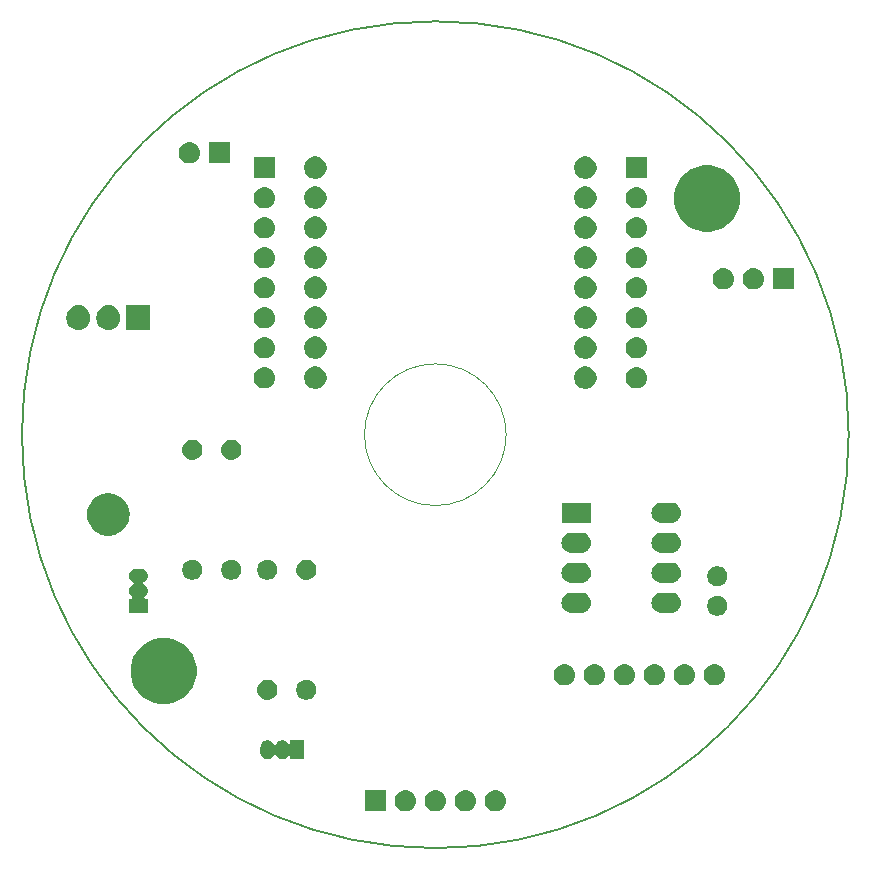
<source format=gbs>
%TF.GenerationSoftware,KiCad,Pcbnew,(5.0.1)-3*%
%TF.CreationDate,2019-01-30T15:27:52+01:00*%
%TF.ProjectId,CastVolumeKnob,43617374566F6C756D654B6E6F622E6B,rev?*%
%TF.SameCoordinates,PX853a720PY5faea10*%
%TF.FileFunction,Soldermask,Bot*%
%TF.FilePolarity,Negative*%
%FSLAX46Y46*%
G04 Gerber Fmt 4.6, Leading zero omitted, Abs format (unit mm)*
G04 Created by KiCad (PCBNEW (5.0.1)-3) date 30/01/2019 15:27:52*
%MOMM*%
%LPD*%
G01*
G04 APERTURE LIST*
%ADD10C,0.100000*%
%ADD11C,0.200000*%
%ADD12C,0.150000*%
G04 APERTURE END LIST*
D10*
X6000000Y0D02*
G75*
G03X6000000Y0I-6000000J0D01*
G01*
D11*
X35000000Y0D02*
G75*
G03X35000000Y0I-35000000J0D01*
G01*
D12*
G36*
X5190442Y-30093518D02*
X5256627Y-30100037D01*
X5369853Y-30134384D01*
X5426467Y-30151557D01*
X5565087Y-30225652D01*
X5582991Y-30235222D01*
X5618729Y-30264552D01*
X5720186Y-30347814D01*
X5803448Y-30449271D01*
X5832778Y-30485009D01*
X5832779Y-30485011D01*
X5916443Y-30641533D01*
X5916443Y-30641534D01*
X5967963Y-30811373D01*
X5985359Y-30988000D01*
X5967963Y-31164627D01*
X5933616Y-31277853D01*
X5916443Y-31334467D01*
X5842348Y-31473087D01*
X5832778Y-31490991D01*
X5803448Y-31526729D01*
X5720186Y-31628186D01*
X5618729Y-31711448D01*
X5582991Y-31740778D01*
X5582989Y-31740779D01*
X5426467Y-31824443D01*
X5369853Y-31841616D01*
X5256627Y-31875963D01*
X5190442Y-31882482D01*
X5124260Y-31889000D01*
X5035740Y-31889000D01*
X4969558Y-31882482D01*
X4903373Y-31875963D01*
X4790147Y-31841616D01*
X4733533Y-31824443D01*
X4577011Y-31740779D01*
X4577009Y-31740778D01*
X4541271Y-31711448D01*
X4439814Y-31628186D01*
X4356552Y-31526729D01*
X4327222Y-31490991D01*
X4317652Y-31473087D01*
X4243557Y-31334467D01*
X4226384Y-31277853D01*
X4192037Y-31164627D01*
X4174641Y-30988000D01*
X4192037Y-30811373D01*
X4243557Y-30641534D01*
X4243557Y-30641533D01*
X4327221Y-30485011D01*
X4327222Y-30485009D01*
X4356552Y-30449271D01*
X4439814Y-30347814D01*
X4541271Y-30264552D01*
X4577009Y-30235222D01*
X4594913Y-30225652D01*
X4733533Y-30151557D01*
X4790147Y-30134384D01*
X4903373Y-30100037D01*
X4969558Y-30093518D01*
X5035740Y-30087000D01*
X5124260Y-30087000D01*
X5190442Y-30093518D01*
X5190442Y-30093518D01*
G37*
G36*
X2650442Y-30093518D02*
X2716627Y-30100037D01*
X2829853Y-30134384D01*
X2886467Y-30151557D01*
X3025087Y-30225652D01*
X3042991Y-30235222D01*
X3078729Y-30264552D01*
X3180186Y-30347814D01*
X3263448Y-30449271D01*
X3292778Y-30485009D01*
X3292779Y-30485011D01*
X3376443Y-30641533D01*
X3376443Y-30641534D01*
X3427963Y-30811373D01*
X3445359Y-30988000D01*
X3427963Y-31164627D01*
X3393616Y-31277853D01*
X3376443Y-31334467D01*
X3302348Y-31473087D01*
X3292778Y-31490991D01*
X3263448Y-31526729D01*
X3180186Y-31628186D01*
X3078729Y-31711448D01*
X3042991Y-31740778D01*
X3042989Y-31740779D01*
X2886467Y-31824443D01*
X2829853Y-31841616D01*
X2716627Y-31875963D01*
X2650442Y-31882482D01*
X2584260Y-31889000D01*
X2495740Y-31889000D01*
X2429558Y-31882482D01*
X2363373Y-31875963D01*
X2250147Y-31841616D01*
X2193533Y-31824443D01*
X2037011Y-31740779D01*
X2037009Y-31740778D01*
X2001271Y-31711448D01*
X1899814Y-31628186D01*
X1816552Y-31526729D01*
X1787222Y-31490991D01*
X1777652Y-31473087D01*
X1703557Y-31334467D01*
X1686384Y-31277853D01*
X1652037Y-31164627D01*
X1634641Y-30988000D01*
X1652037Y-30811373D01*
X1703557Y-30641534D01*
X1703557Y-30641533D01*
X1787221Y-30485011D01*
X1787222Y-30485009D01*
X1816552Y-30449271D01*
X1899814Y-30347814D01*
X2001271Y-30264552D01*
X2037009Y-30235222D01*
X2054913Y-30225652D01*
X2193533Y-30151557D01*
X2250147Y-30134384D01*
X2363373Y-30100037D01*
X2429558Y-30093518D01*
X2495740Y-30087000D01*
X2584260Y-30087000D01*
X2650442Y-30093518D01*
X2650442Y-30093518D01*
G37*
G36*
X110442Y-30093518D02*
X176627Y-30100037D01*
X289853Y-30134384D01*
X346467Y-30151557D01*
X485087Y-30225652D01*
X502991Y-30235222D01*
X538729Y-30264552D01*
X640186Y-30347814D01*
X723448Y-30449271D01*
X752778Y-30485009D01*
X752779Y-30485011D01*
X836443Y-30641533D01*
X836443Y-30641534D01*
X887963Y-30811373D01*
X905359Y-30988000D01*
X887963Y-31164627D01*
X853616Y-31277853D01*
X836443Y-31334467D01*
X762348Y-31473087D01*
X752778Y-31490991D01*
X723448Y-31526729D01*
X640186Y-31628186D01*
X538729Y-31711448D01*
X502991Y-31740778D01*
X502989Y-31740779D01*
X346467Y-31824443D01*
X289853Y-31841616D01*
X176627Y-31875963D01*
X110442Y-31882482D01*
X44260Y-31889000D01*
X-44260Y-31889000D01*
X-110442Y-31882482D01*
X-176627Y-31875963D01*
X-289853Y-31841616D01*
X-346467Y-31824443D01*
X-502989Y-31740779D01*
X-502991Y-31740778D01*
X-538729Y-31711448D01*
X-640186Y-31628186D01*
X-723448Y-31526729D01*
X-752778Y-31490991D01*
X-762348Y-31473087D01*
X-836443Y-31334467D01*
X-853616Y-31277853D01*
X-887963Y-31164627D01*
X-905359Y-30988000D01*
X-887963Y-30811373D01*
X-836443Y-30641534D01*
X-836443Y-30641533D01*
X-752779Y-30485011D01*
X-752778Y-30485009D01*
X-723448Y-30449271D01*
X-640186Y-30347814D01*
X-538729Y-30264552D01*
X-502991Y-30235222D01*
X-485087Y-30225652D01*
X-346467Y-30151557D01*
X-289853Y-30134384D01*
X-176627Y-30100037D01*
X-110442Y-30093518D01*
X-44260Y-30087000D01*
X44260Y-30087000D01*
X110442Y-30093518D01*
X110442Y-30093518D01*
G37*
G36*
X-4179000Y-31889000D02*
X-5981000Y-31889000D01*
X-5981000Y-30087000D01*
X-4179000Y-30087000D01*
X-4179000Y-31889000D01*
X-4179000Y-31889000D01*
G37*
G36*
X-2429558Y-30093518D02*
X-2363373Y-30100037D01*
X-2250147Y-30134384D01*
X-2193533Y-30151557D01*
X-2054913Y-30225652D01*
X-2037009Y-30235222D01*
X-2001271Y-30264552D01*
X-1899814Y-30347814D01*
X-1816552Y-30449271D01*
X-1787222Y-30485009D01*
X-1787221Y-30485011D01*
X-1703557Y-30641533D01*
X-1703557Y-30641534D01*
X-1652037Y-30811373D01*
X-1634641Y-30988000D01*
X-1652037Y-31164627D01*
X-1686384Y-31277853D01*
X-1703557Y-31334467D01*
X-1777652Y-31473087D01*
X-1787222Y-31490991D01*
X-1816552Y-31526729D01*
X-1899814Y-31628186D01*
X-2001271Y-31711448D01*
X-2037009Y-31740778D01*
X-2037011Y-31740779D01*
X-2193533Y-31824443D01*
X-2250147Y-31841616D01*
X-2363373Y-31875963D01*
X-2429558Y-31882482D01*
X-2495740Y-31889000D01*
X-2584260Y-31889000D01*
X-2650442Y-31882482D01*
X-2716627Y-31875963D01*
X-2829853Y-31841616D01*
X-2886467Y-31824443D01*
X-3042989Y-31740779D01*
X-3042991Y-31740778D01*
X-3078729Y-31711448D01*
X-3180186Y-31628186D01*
X-3263448Y-31526729D01*
X-3292778Y-31490991D01*
X-3302348Y-31473087D01*
X-3376443Y-31334467D01*
X-3393616Y-31277853D01*
X-3427963Y-31164627D01*
X-3445359Y-30988000D01*
X-3427963Y-30811373D01*
X-3376443Y-30641534D01*
X-3376443Y-30641533D01*
X-3292779Y-30485011D01*
X-3292778Y-30485009D01*
X-3263448Y-30449271D01*
X-3180186Y-30347814D01*
X-3078729Y-30264552D01*
X-3042991Y-30235222D01*
X-3025087Y-30225652D01*
X-2886467Y-30151557D01*
X-2829853Y-30134384D01*
X-2716627Y-30100037D01*
X-2650442Y-30093518D01*
X-2584260Y-30087000D01*
X-2495740Y-30087000D01*
X-2429558Y-30093518D01*
X-2429558Y-30093518D01*
G37*
G36*
X-12841084Y-25877334D02*
X-12732508Y-25910271D01*
X-12632443Y-25963756D01*
X-12544736Y-26035736D01*
X-12481626Y-26112635D01*
X-12464299Y-26129962D01*
X-12443924Y-26143576D01*
X-12421285Y-26152954D01*
X-12397252Y-26157734D01*
X-12372748Y-26157734D01*
X-12348714Y-26152953D01*
X-12326075Y-26143576D01*
X-12305701Y-26129962D01*
X-12288374Y-26112635D01*
X-12274760Y-26092260D01*
X-12265382Y-26069621D01*
X-12260000Y-26033336D01*
X-12260000Y-25869000D01*
X-11108000Y-25869000D01*
X-11108000Y-27471000D01*
X-12260000Y-27471000D01*
X-12260000Y-27306663D01*
X-12262402Y-27282277D01*
X-12269515Y-27258828D01*
X-12281066Y-27237217D01*
X-12296612Y-27218275D01*
X-12315554Y-27202729D01*
X-12337165Y-27191178D01*
X-12360614Y-27184065D01*
X-12385000Y-27181663D01*
X-12409386Y-27184065D01*
X-12432835Y-27191178D01*
X-12454446Y-27202729D01*
X-12481623Y-27227361D01*
X-12544736Y-27304264D01*
X-12632444Y-27376244D01*
X-12732509Y-27429729D01*
X-12841085Y-27462666D01*
X-12954000Y-27473787D01*
X-13066916Y-27462666D01*
X-13175492Y-27429729D01*
X-13275557Y-27376244D01*
X-13363264Y-27304264D01*
X-13435244Y-27216556D01*
X-13478760Y-27135142D01*
X-13492373Y-27114767D01*
X-13509701Y-27097440D01*
X-13530075Y-27083826D01*
X-13552714Y-27074449D01*
X-13576747Y-27069668D01*
X-13601252Y-27069668D01*
X-13625285Y-27074448D01*
X-13647924Y-27083826D01*
X-13668299Y-27097439D01*
X-13685626Y-27114767D01*
X-13699233Y-27135131D01*
X-13742756Y-27216557D01*
X-13814736Y-27304264D01*
X-13902444Y-27376244D01*
X-14002509Y-27429729D01*
X-14111085Y-27462666D01*
X-14224000Y-27473787D01*
X-14336916Y-27462666D01*
X-14445492Y-27429729D01*
X-14545557Y-27376244D01*
X-14633264Y-27304264D01*
X-14705244Y-27216556D01*
X-14758729Y-27116491D01*
X-14791666Y-27007915D01*
X-14800000Y-26923297D01*
X-14800000Y-26416702D01*
X-14791666Y-26332084D01*
X-14758729Y-26223508D01*
X-14721017Y-26152954D01*
X-14705245Y-26123446D01*
X-14679651Y-26092260D01*
X-14633263Y-26035736D01*
X-14545556Y-25963756D01*
X-14445491Y-25910271D01*
X-14336915Y-25877334D01*
X-14224000Y-25866213D01*
X-14111084Y-25877334D01*
X-14002508Y-25910271D01*
X-13902443Y-25963756D01*
X-13814736Y-26035736D01*
X-13742756Y-26123443D01*
X-13699240Y-26204857D01*
X-13685627Y-26225232D01*
X-13668299Y-26242559D01*
X-13647925Y-26256173D01*
X-13625286Y-26265550D01*
X-13601253Y-26270331D01*
X-13576748Y-26270331D01*
X-13552715Y-26265551D01*
X-13530076Y-26256173D01*
X-13509701Y-26242560D01*
X-13492374Y-26225232D01*
X-13478760Y-26204857D01*
X-13435245Y-26123446D01*
X-13409651Y-26092260D01*
X-13363263Y-26035736D01*
X-13275556Y-25963756D01*
X-13175491Y-25910271D01*
X-13066915Y-25877334D01*
X-12954000Y-25866213D01*
X-12841084Y-25877334D01*
X-12841084Y-25877334D01*
G37*
G36*
X-22182979Y-17306640D02*
X-21673230Y-17517785D01*
X-21673229Y-17517786D01*
X-21214466Y-17824321D01*
X-20824321Y-18214466D01*
X-20619964Y-18520308D01*
X-20517785Y-18673230D01*
X-20306640Y-19182979D01*
X-20199000Y-19724124D01*
X-20199000Y-20275876D01*
X-20306640Y-20817021D01*
X-20517785Y-21326770D01*
X-20517786Y-21326771D01*
X-20824321Y-21785534D01*
X-21214466Y-22175679D01*
X-21327215Y-22251015D01*
X-21673230Y-22482215D01*
X-22182979Y-22693360D01*
X-22724124Y-22801000D01*
X-23275876Y-22801000D01*
X-23817021Y-22693360D01*
X-24326770Y-22482215D01*
X-24672785Y-22251015D01*
X-24785534Y-22175679D01*
X-25175679Y-21785534D01*
X-25482214Y-21326771D01*
X-25482215Y-21326770D01*
X-25693360Y-20817021D01*
X-25801000Y-20275876D01*
X-25801000Y-19724124D01*
X-25693360Y-19182979D01*
X-25482215Y-18673230D01*
X-25380036Y-18520308D01*
X-25175679Y-18214466D01*
X-24785534Y-17824321D01*
X-24326771Y-17517786D01*
X-24326770Y-17517785D01*
X-23817021Y-17306640D01*
X-23275876Y-17199000D01*
X-22724124Y-17199000D01*
X-22182979Y-17306640D01*
X-22182979Y-17306640D01*
G37*
G36*
X-10673772Y-20771703D02*
X-10518900Y-20835853D01*
X-10379519Y-20928985D01*
X-10260985Y-21047519D01*
X-10167853Y-21186900D01*
X-10103703Y-21341772D01*
X-10071000Y-21506184D01*
X-10071000Y-21673816D01*
X-10103703Y-21838228D01*
X-10167853Y-21993100D01*
X-10260985Y-22132481D01*
X-10379519Y-22251015D01*
X-10518900Y-22344147D01*
X-10673772Y-22408297D01*
X-10838184Y-22441000D01*
X-11005816Y-22441000D01*
X-11170228Y-22408297D01*
X-11325100Y-22344147D01*
X-11464481Y-22251015D01*
X-11583015Y-22132481D01*
X-11676147Y-21993100D01*
X-11740297Y-21838228D01*
X-11773000Y-21673816D01*
X-11773000Y-21506184D01*
X-11740297Y-21341772D01*
X-11676147Y-21186900D01*
X-11583015Y-21047519D01*
X-11464481Y-20928985D01*
X-11325100Y-20835853D01*
X-11170228Y-20771703D01*
X-11005816Y-20739000D01*
X-10838184Y-20739000D01*
X-10673772Y-20771703D01*
X-10673772Y-20771703D01*
G37*
G36*
X-14057179Y-20751313D02*
X-14057176Y-20751314D01*
X-14057175Y-20751314D01*
X-13896761Y-20799975D01*
X-13896759Y-20799976D01*
X-13896756Y-20799977D01*
X-13748922Y-20878995D01*
X-13619341Y-20985341D01*
X-13512995Y-21114922D01*
X-13433977Y-21262756D01*
X-13433976Y-21262759D01*
X-13433975Y-21262761D01*
X-13385314Y-21423175D01*
X-13385313Y-21423179D01*
X-13368883Y-21590000D01*
X-13385313Y-21756821D01*
X-13385314Y-21756824D01*
X-13385314Y-21756825D01*
X-13410007Y-21838228D01*
X-13433977Y-21917244D01*
X-13512995Y-22065078D01*
X-13619341Y-22194659D01*
X-13748922Y-22301005D01*
X-13896756Y-22380023D01*
X-13896759Y-22380024D01*
X-13896761Y-22380025D01*
X-14057175Y-22428686D01*
X-14057176Y-22428686D01*
X-14057179Y-22428687D01*
X-14182196Y-22441000D01*
X-14265804Y-22441000D01*
X-14390821Y-22428687D01*
X-14390824Y-22428686D01*
X-14390825Y-22428686D01*
X-14551239Y-22380025D01*
X-14551241Y-22380024D01*
X-14551244Y-22380023D01*
X-14699078Y-22301005D01*
X-14828659Y-22194659D01*
X-14935005Y-22065078D01*
X-15014023Y-21917244D01*
X-15037992Y-21838228D01*
X-15062686Y-21756825D01*
X-15062686Y-21756824D01*
X-15062687Y-21756821D01*
X-15079117Y-21590000D01*
X-15062687Y-21423179D01*
X-15062686Y-21423175D01*
X-15014025Y-21262761D01*
X-15014024Y-21262759D01*
X-15014023Y-21262756D01*
X-14935005Y-21114922D01*
X-14828659Y-20985341D01*
X-14699078Y-20878995D01*
X-14551244Y-20799977D01*
X-14551241Y-20799976D01*
X-14551239Y-20799975D01*
X-14390825Y-20751314D01*
X-14390824Y-20751314D01*
X-14390821Y-20751313D01*
X-14265804Y-20739000D01*
X-14182196Y-20739000D01*
X-14057179Y-20751313D01*
X-14057179Y-20751313D01*
G37*
G36*
X23732442Y-19425518D02*
X23798627Y-19432037D01*
X23911853Y-19466384D01*
X23968467Y-19483557D01*
X24107087Y-19557652D01*
X24124991Y-19567222D01*
X24160729Y-19596552D01*
X24262186Y-19679814D01*
X24345448Y-19781271D01*
X24374778Y-19817009D01*
X24374779Y-19817011D01*
X24458443Y-19973533D01*
X24458443Y-19973534D01*
X24509963Y-20143373D01*
X24527359Y-20320000D01*
X24509963Y-20496627D01*
X24475616Y-20609853D01*
X24458443Y-20666467D01*
X24402192Y-20771703D01*
X24374778Y-20822991D01*
X24345448Y-20858729D01*
X24262186Y-20960186D01*
X24160729Y-21043448D01*
X24124991Y-21072778D01*
X24124989Y-21072779D01*
X23968467Y-21156443D01*
X23911853Y-21173616D01*
X23798627Y-21207963D01*
X23732443Y-21214481D01*
X23666260Y-21221000D01*
X23577740Y-21221000D01*
X23511557Y-21214481D01*
X23445373Y-21207963D01*
X23332147Y-21173616D01*
X23275533Y-21156443D01*
X23119011Y-21072779D01*
X23119009Y-21072778D01*
X23083271Y-21043448D01*
X22981814Y-20960186D01*
X22898552Y-20858729D01*
X22869222Y-20822991D01*
X22841808Y-20771703D01*
X22785557Y-20666467D01*
X22768384Y-20609853D01*
X22734037Y-20496627D01*
X22716641Y-20320000D01*
X22734037Y-20143373D01*
X22785557Y-19973534D01*
X22785557Y-19973533D01*
X22869221Y-19817011D01*
X22869222Y-19817009D01*
X22898552Y-19781271D01*
X22981814Y-19679814D01*
X23083271Y-19596552D01*
X23119009Y-19567222D01*
X23136913Y-19557652D01*
X23275533Y-19483557D01*
X23332147Y-19466384D01*
X23445373Y-19432037D01*
X23511558Y-19425518D01*
X23577740Y-19419000D01*
X23666260Y-19419000D01*
X23732442Y-19425518D01*
X23732442Y-19425518D01*
G37*
G36*
X21192442Y-19425518D02*
X21258627Y-19432037D01*
X21371853Y-19466384D01*
X21428467Y-19483557D01*
X21567087Y-19557652D01*
X21584991Y-19567222D01*
X21620729Y-19596552D01*
X21722186Y-19679814D01*
X21805448Y-19781271D01*
X21834778Y-19817009D01*
X21834779Y-19817011D01*
X21918443Y-19973533D01*
X21918443Y-19973534D01*
X21969963Y-20143373D01*
X21987359Y-20320000D01*
X21969963Y-20496627D01*
X21935616Y-20609853D01*
X21918443Y-20666467D01*
X21862192Y-20771703D01*
X21834778Y-20822991D01*
X21805448Y-20858729D01*
X21722186Y-20960186D01*
X21620729Y-21043448D01*
X21584991Y-21072778D01*
X21584989Y-21072779D01*
X21428467Y-21156443D01*
X21371853Y-21173616D01*
X21258627Y-21207963D01*
X21192443Y-21214481D01*
X21126260Y-21221000D01*
X21037740Y-21221000D01*
X20971557Y-21214481D01*
X20905373Y-21207963D01*
X20792147Y-21173616D01*
X20735533Y-21156443D01*
X20579011Y-21072779D01*
X20579009Y-21072778D01*
X20543271Y-21043448D01*
X20441814Y-20960186D01*
X20358552Y-20858729D01*
X20329222Y-20822991D01*
X20301808Y-20771703D01*
X20245557Y-20666467D01*
X20228384Y-20609853D01*
X20194037Y-20496627D01*
X20176641Y-20320000D01*
X20194037Y-20143373D01*
X20245557Y-19973534D01*
X20245557Y-19973533D01*
X20329221Y-19817011D01*
X20329222Y-19817009D01*
X20358552Y-19781271D01*
X20441814Y-19679814D01*
X20543271Y-19596552D01*
X20579009Y-19567222D01*
X20596913Y-19557652D01*
X20735533Y-19483557D01*
X20792147Y-19466384D01*
X20905373Y-19432037D01*
X20971558Y-19425518D01*
X21037740Y-19419000D01*
X21126260Y-19419000D01*
X21192442Y-19425518D01*
X21192442Y-19425518D01*
G37*
G36*
X18652442Y-19425518D02*
X18718627Y-19432037D01*
X18831853Y-19466384D01*
X18888467Y-19483557D01*
X19027087Y-19557652D01*
X19044991Y-19567222D01*
X19080729Y-19596552D01*
X19182186Y-19679814D01*
X19265448Y-19781271D01*
X19294778Y-19817009D01*
X19294779Y-19817011D01*
X19378443Y-19973533D01*
X19378443Y-19973534D01*
X19429963Y-20143373D01*
X19447359Y-20320000D01*
X19429963Y-20496627D01*
X19395616Y-20609853D01*
X19378443Y-20666467D01*
X19322192Y-20771703D01*
X19294778Y-20822991D01*
X19265448Y-20858729D01*
X19182186Y-20960186D01*
X19080729Y-21043448D01*
X19044991Y-21072778D01*
X19044989Y-21072779D01*
X18888467Y-21156443D01*
X18831853Y-21173616D01*
X18718627Y-21207963D01*
X18652443Y-21214481D01*
X18586260Y-21221000D01*
X18497740Y-21221000D01*
X18431557Y-21214481D01*
X18365373Y-21207963D01*
X18252147Y-21173616D01*
X18195533Y-21156443D01*
X18039011Y-21072779D01*
X18039009Y-21072778D01*
X18003271Y-21043448D01*
X17901814Y-20960186D01*
X17818552Y-20858729D01*
X17789222Y-20822991D01*
X17761808Y-20771703D01*
X17705557Y-20666467D01*
X17688384Y-20609853D01*
X17654037Y-20496627D01*
X17636641Y-20320000D01*
X17654037Y-20143373D01*
X17705557Y-19973534D01*
X17705557Y-19973533D01*
X17789221Y-19817011D01*
X17789222Y-19817009D01*
X17818552Y-19781271D01*
X17901814Y-19679814D01*
X18003271Y-19596552D01*
X18039009Y-19567222D01*
X18056913Y-19557652D01*
X18195533Y-19483557D01*
X18252147Y-19466384D01*
X18365373Y-19432037D01*
X18431558Y-19425518D01*
X18497740Y-19419000D01*
X18586260Y-19419000D01*
X18652442Y-19425518D01*
X18652442Y-19425518D01*
G37*
G36*
X16112442Y-19425518D02*
X16178627Y-19432037D01*
X16291853Y-19466384D01*
X16348467Y-19483557D01*
X16487087Y-19557652D01*
X16504991Y-19567222D01*
X16540729Y-19596552D01*
X16642186Y-19679814D01*
X16725448Y-19781271D01*
X16754778Y-19817009D01*
X16754779Y-19817011D01*
X16838443Y-19973533D01*
X16838443Y-19973534D01*
X16889963Y-20143373D01*
X16907359Y-20320000D01*
X16889963Y-20496627D01*
X16855616Y-20609853D01*
X16838443Y-20666467D01*
X16782192Y-20771703D01*
X16754778Y-20822991D01*
X16725448Y-20858729D01*
X16642186Y-20960186D01*
X16540729Y-21043448D01*
X16504991Y-21072778D01*
X16504989Y-21072779D01*
X16348467Y-21156443D01*
X16291853Y-21173616D01*
X16178627Y-21207963D01*
X16112443Y-21214481D01*
X16046260Y-21221000D01*
X15957740Y-21221000D01*
X15891557Y-21214481D01*
X15825373Y-21207963D01*
X15712147Y-21173616D01*
X15655533Y-21156443D01*
X15499011Y-21072779D01*
X15499009Y-21072778D01*
X15463271Y-21043448D01*
X15361814Y-20960186D01*
X15278552Y-20858729D01*
X15249222Y-20822991D01*
X15221808Y-20771703D01*
X15165557Y-20666467D01*
X15148384Y-20609853D01*
X15114037Y-20496627D01*
X15096641Y-20320000D01*
X15114037Y-20143373D01*
X15165557Y-19973534D01*
X15165557Y-19973533D01*
X15249221Y-19817011D01*
X15249222Y-19817009D01*
X15278552Y-19781271D01*
X15361814Y-19679814D01*
X15463271Y-19596552D01*
X15499009Y-19567222D01*
X15516913Y-19557652D01*
X15655533Y-19483557D01*
X15712147Y-19466384D01*
X15825373Y-19432037D01*
X15891558Y-19425518D01*
X15957740Y-19419000D01*
X16046260Y-19419000D01*
X16112442Y-19425518D01*
X16112442Y-19425518D01*
G37*
G36*
X13572442Y-19425518D02*
X13638627Y-19432037D01*
X13751853Y-19466384D01*
X13808467Y-19483557D01*
X13947087Y-19557652D01*
X13964991Y-19567222D01*
X14000729Y-19596552D01*
X14102186Y-19679814D01*
X14185448Y-19781271D01*
X14214778Y-19817009D01*
X14214779Y-19817011D01*
X14298443Y-19973533D01*
X14298443Y-19973534D01*
X14349963Y-20143373D01*
X14367359Y-20320000D01*
X14349963Y-20496627D01*
X14315616Y-20609853D01*
X14298443Y-20666467D01*
X14242192Y-20771703D01*
X14214778Y-20822991D01*
X14185448Y-20858729D01*
X14102186Y-20960186D01*
X14000729Y-21043448D01*
X13964991Y-21072778D01*
X13964989Y-21072779D01*
X13808467Y-21156443D01*
X13751853Y-21173616D01*
X13638627Y-21207963D01*
X13572443Y-21214481D01*
X13506260Y-21221000D01*
X13417740Y-21221000D01*
X13351557Y-21214481D01*
X13285373Y-21207963D01*
X13172147Y-21173616D01*
X13115533Y-21156443D01*
X12959011Y-21072779D01*
X12959009Y-21072778D01*
X12923271Y-21043448D01*
X12821814Y-20960186D01*
X12738552Y-20858729D01*
X12709222Y-20822991D01*
X12681808Y-20771703D01*
X12625557Y-20666467D01*
X12608384Y-20609853D01*
X12574037Y-20496627D01*
X12556641Y-20320000D01*
X12574037Y-20143373D01*
X12625557Y-19973534D01*
X12625557Y-19973533D01*
X12709221Y-19817011D01*
X12709222Y-19817009D01*
X12738552Y-19781271D01*
X12821814Y-19679814D01*
X12923271Y-19596552D01*
X12959009Y-19567222D01*
X12976913Y-19557652D01*
X13115533Y-19483557D01*
X13172147Y-19466384D01*
X13285373Y-19432037D01*
X13351558Y-19425518D01*
X13417740Y-19419000D01*
X13506260Y-19419000D01*
X13572442Y-19425518D01*
X13572442Y-19425518D01*
G37*
G36*
X11032442Y-19425518D02*
X11098627Y-19432037D01*
X11211853Y-19466384D01*
X11268467Y-19483557D01*
X11407087Y-19557652D01*
X11424991Y-19567222D01*
X11460729Y-19596552D01*
X11562186Y-19679814D01*
X11645448Y-19781271D01*
X11674778Y-19817009D01*
X11674779Y-19817011D01*
X11758443Y-19973533D01*
X11758443Y-19973534D01*
X11809963Y-20143373D01*
X11827359Y-20320000D01*
X11809963Y-20496627D01*
X11775616Y-20609853D01*
X11758443Y-20666467D01*
X11702192Y-20771703D01*
X11674778Y-20822991D01*
X11645448Y-20858729D01*
X11562186Y-20960186D01*
X11460729Y-21043448D01*
X11424991Y-21072778D01*
X11424989Y-21072779D01*
X11268467Y-21156443D01*
X11211853Y-21173616D01*
X11098627Y-21207963D01*
X11032443Y-21214481D01*
X10966260Y-21221000D01*
X10877740Y-21221000D01*
X10811557Y-21214481D01*
X10745373Y-21207963D01*
X10632147Y-21173616D01*
X10575533Y-21156443D01*
X10419011Y-21072779D01*
X10419009Y-21072778D01*
X10383271Y-21043448D01*
X10281814Y-20960186D01*
X10198552Y-20858729D01*
X10169222Y-20822991D01*
X10141808Y-20771703D01*
X10085557Y-20666467D01*
X10068384Y-20609853D01*
X10034037Y-20496627D01*
X10016641Y-20320000D01*
X10034037Y-20143373D01*
X10085557Y-19973534D01*
X10085557Y-19973533D01*
X10169221Y-19817011D01*
X10169222Y-19817009D01*
X10198552Y-19781271D01*
X10281814Y-19679814D01*
X10383271Y-19596552D01*
X10419009Y-19567222D01*
X10436913Y-19557652D01*
X10575533Y-19483557D01*
X10632147Y-19466384D01*
X10745373Y-19432037D01*
X10811558Y-19425518D01*
X10877740Y-19419000D01*
X10966260Y-19419000D01*
X11032442Y-19425518D01*
X11032442Y-19425518D01*
G37*
G36*
X24124228Y-13659703D02*
X24279100Y-13723853D01*
X24418481Y-13816985D01*
X24537015Y-13935519D01*
X24630147Y-14074900D01*
X24694297Y-14229772D01*
X24727000Y-14394184D01*
X24727000Y-14561816D01*
X24694297Y-14726228D01*
X24630147Y-14881100D01*
X24537015Y-15020481D01*
X24418481Y-15139015D01*
X24279100Y-15232147D01*
X24124228Y-15296297D01*
X23959816Y-15329000D01*
X23792184Y-15329000D01*
X23627772Y-15296297D01*
X23472900Y-15232147D01*
X23333519Y-15139015D01*
X23214985Y-15020481D01*
X23121853Y-14881100D01*
X23057703Y-14726228D01*
X23025000Y-14561816D01*
X23025000Y-14394184D01*
X23057703Y-14229772D01*
X23121853Y-14074900D01*
X23214985Y-13935519D01*
X23333519Y-13816985D01*
X23472900Y-13723853D01*
X23627772Y-13659703D01*
X23792184Y-13627000D01*
X23959816Y-13627000D01*
X24124228Y-13659703D01*
X24124228Y-13659703D01*
G37*
G36*
X20124821Y-13385313D02*
X20124824Y-13385314D01*
X20124825Y-13385314D01*
X20285239Y-13433975D01*
X20285241Y-13433976D01*
X20285244Y-13433977D01*
X20433078Y-13512995D01*
X20562659Y-13619341D01*
X20669005Y-13748922D01*
X20748023Y-13896756D01*
X20748024Y-13896759D01*
X20748025Y-13896761D01*
X20749614Y-13902000D01*
X20796687Y-14057179D01*
X20813117Y-14224000D01*
X20796687Y-14390821D01*
X20748023Y-14551244D01*
X20669005Y-14699078D01*
X20562659Y-14828659D01*
X20433078Y-14935005D01*
X20285244Y-15014023D01*
X20285241Y-15014024D01*
X20285239Y-15014025D01*
X20124825Y-15062686D01*
X20124824Y-15062686D01*
X20124821Y-15062687D01*
X19999804Y-15075000D01*
X19116196Y-15075000D01*
X18991179Y-15062687D01*
X18991176Y-15062686D01*
X18991175Y-15062686D01*
X18830761Y-15014025D01*
X18830759Y-15014024D01*
X18830756Y-15014023D01*
X18682922Y-14935005D01*
X18553341Y-14828659D01*
X18446995Y-14699078D01*
X18367977Y-14551244D01*
X18319313Y-14390821D01*
X18302883Y-14224000D01*
X18319313Y-14057179D01*
X18366386Y-13902000D01*
X18367975Y-13896761D01*
X18367976Y-13896759D01*
X18367977Y-13896756D01*
X18446995Y-13748922D01*
X18553341Y-13619341D01*
X18682922Y-13512995D01*
X18830756Y-13433977D01*
X18830759Y-13433976D01*
X18830761Y-13433975D01*
X18991175Y-13385314D01*
X18991176Y-13385314D01*
X18991179Y-13385313D01*
X19116196Y-13373000D01*
X19999804Y-13373000D01*
X20124821Y-13385313D01*
X20124821Y-13385313D01*
G37*
G36*
X12504821Y-13385313D02*
X12504824Y-13385314D01*
X12504825Y-13385314D01*
X12665239Y-13433975D01*
X12665241Y-13433976D01*
X12665244Y-13433977D01*
X12813078Y-13512995D01*
X12942659Y-13619341D01*
X13049005Y-13748922D01*
X13128023Y-13896756D01*
X13128024Y-13896759D01*
X13128025Y-13896761D01*
X13129614Y-13902000D01*
X13176687Y-14057179D01*
X13193117Y-14224000D01*
X13176687Y-14390821D01*
X13128023Y-14551244D01*
X13049005Y-14699078D01*
X12942659Y-14828659D01*
X12813078Y-14935005D01*
X12665244Y-15014023D01*
X12665241Y-15014024D01*
X12665239Y-15014025D01*
X12504825Y-15062686D01*
X12504824Y-15062686D01*
X12504821Y-15062687D01*
X12379804Y-15075000D01*
X11496196Y-15075000D01*
X11371179Y-15062687D01*
X11371176Y-15062686D01*
X11371175Y-15062686D01*
X11210761Y-15014025D01*
X11210759Y-15014024D01*
X11210756Y-15014023D01*
X11062922Y-14935005D01*
X10933341Y-14828659D01*
X10826995Y-14699078D01*
X10747977Y-14551244D01*
X10699313Y-14390821D01*
X10682883Y-14224000D01*
X10699313Y-14057179D01*
X10746386Y-13902000D01*
X10747975Y-13896761D01*
X10747976Y-13896759D01*
X10747977Y-13896756D01*
X10826995Y-13748922D01*
X10933341Y-13619341D01*
X11062922Y-13512995D01*
X11210756Y-13433977D01*
X11210759Y-13433976D01*
X11210761Y-13433975D01*
X11371175Y-13385314D01*
X11371176Y-13385314D01*
X11371179Y-13385313D01*
X11496196Y-13373000D01*
X12379804Y-13373000D01*
X12504821Y-13385313D01*
X12504821Y-13385313D01*
G37*
G36*
X-24808084Y-11370334D02*
X-24699508Y-11403271D01*
X-24599443Y-11456756D01*
X-24511736Y-11528736D01*
X-24439756Y-11616443D01*
X-24386271Y-11716508D01*
X-24353334Y-11825084D01*
X-24342213Y-11938000D01*
X-24353334Y-12050916D01*
X-24386271Y-12159492D01*
X-24386274Y-12159497D01*
X-24439756Y-12259557D01*
X-24511736Y-12347264D01*
X-24599443Y-12419244D01*
X-24680857Y-12462760D01*
X-24701232Y-12476373D01*
X-24718559Y-12493701D01*
X-24732173Y-12514075D01*
X-24741550Y-12536714D01*
X-24746331Y-12560747D01*
X-24746331Y-12585252D01*
X-24741551Y-12609285D01*
X-24732173Y-12631924D01*
X-24718560Y-12652299D01*
X-24701232Y-12669626D01*
X-24680857Y-12683240D01*
X-24599443Y-12726756D01*
X-24511736Y-12798736D01*
X-24439756Y-12886443D01*
X-24386271Y-12986508D01*
X-24353334Y-13095084D01*
X-24342213Y-13208000D01*
X-24353334Y-13320916D01*
X-24386271Y-13429492D01*
X-24430904Y-13512995D01*
X-24439756Y-13529557D01*
X-24511736Y-13617264D01*
X-24588635Y-13680374D01*
X-24605962Y-13697701D01*
X-24619576Y-13718076D01*
X-24628954Y-13740715D01*
X-24633734Y-13764748D01*
X-24633734Y-13789252D01*
X-24628953Y-13813286D01*
X-24619576Y-13835925D01*
X-24605962Y-13856299D01*
X-24588635Y-13873626D01*
X-24568260Y-13887240D01*
X-24545621Y-13896618D01*
X-24509336Y-13902000D01*
X-24345000Y-13902000D01*
X-24345000Y-15054000D01*
X-25947000Y-15054000D01*
X-25947000Y-13902000D01*
X-25782664Y-13902000D01*
X-25758278Y-13899598D01*
X-25734829Y-13892485D01*
X-25713218Y-13880934D01*
X-25694276Y-13865388D01*
X-25678730Y-13846446D01*
X-25667179Y-13824835D01*
X-25660066Y-13801386D01*
X-25657664Y-13777000D01*
X-25660066Y-13752614D01*
X-25667179Y-13729165D01*
X-25678730Y-13707554D01*
X-25703365Y-13680374D01*
X-25780264Y-13617264D01*
X-25852244Y-13529557D01*
X-25861096Y-13512995D01*
X-25905729Y-13429492D01*
X-25938666Y-13320916D01*
X-25949787Y-13208000D01*
X-25938666Y-13095084D01*
X-25905729Y-12986508D01*
X-25852244Y-12886443D01*
X-25780264Y-12798736D01*
X-25692557Y-12726756D01*
X-25611143Y-12683240D01*
X-25590768Y-12669627D01*
X-25573441Y-12652299D01*
X-25559827Y-12631925D01*
X-25550450Y-12609286D01*
X-25545669Y-12585253D01*
X-25545669Y-12560748D01*
X-25550449Y-12536715D01*
X-25559827Y-12514076D01*
X-25573440Y-12493701D01*
X-25590768Y-12476374D01*
X-25611143Y-12462760D01*
X-25692557Y-12419244D01*
X-25780264Y-12347264D01*
X-25852244Y-12259557D01*
X-25905726Y-12159497D01*
X-25905729Y-12159492D01*
X-25938666Y-12050916D01*
X-25949787Y-11938000D01*
X-25938666Y-11825084D01*
X-25905729Y-11716508D01*
X-25852244Y-11616443D01*
X-25780264Y-11528736D01*
X-25692557Y-11456756D01*
X-25592492Y-11403271D01*
X-25483916Y-11370334D01*
X-25399298Y-11362000D01*
X-24892702Y-11362000D01*
X-24808084Y-11370334D01*
X-24808084Y-11370334D01*
G37*
G36*
X24124228Y-11159703D02*
X24279100Y-11223853D01*
X24418481Y-11316985D01*
X24537015Y-11435519D01*
X24630147Y-11574900D01*
X24694297Y-11729772D01*
X24727000Y-11894184D01*
X24727000Y-12061816D01*
X24694297Y-12226228D01*
X24630147Y-12381100D01*
X24537015Y-12520481D01*
X24418481Y-12639015D01*
X24279100Y-12732147D01*
X24124228Y-12796297D01*
X23959816Y-12829000D01*
X23792184Y-12829000D01*
X23627772Y-12796297D01*
X23472900Y-12732147D01*
X23333519Y-12639015D01*
X23214985Y-12520481D01*
X23121853Y-12381100D01*
X23057703Y-12226228D01*
X23025000Y-12061816D01*
X23025000Y-11894184D01*
X23057703Y-11729772D01*
X23121853Y-11574900D01*
X23214985Y-11435519D01*
X23333519Y-11316985D01*
X23472900Y-11223853D01*
X23627772Y-11159703D01*
X23792184Y-11127000D01*
X23959816Y-11127000D01*
X24124228Y-11159703D01*
X24124228Y-11159703D01*
G37*
G36*
X12504821Y-10845313D02*
X12504824Y-10845314D01*
X12504825Y-10845314D01*
X12665239Y-10893975D01*
X12665241Y-10893976D01*
X12665244Y-10893977D01*
X12813078Y-10972995D01*
X12942659Y-11079341D01*
X13049005Y-11208922D01*
X13128023Y-11356756D01*
X13128024Y-11356759D01*
X13128025Y-11356761D01*
X13151916Y-11435519D01*
X13176687Y-11517179D01*
X13193117Y-11684000D01*
X13176687Y-11850821D01*
X13176686Y-11850824D01*
X13176686Y-11850825D01*
X13150242Y-11938000D01*
X13128023Y-12011244D01*
X13049005Y-12159078D01*
X12942659Y-12288659D01*
X12813078Y-12395005D01*
X12665244Y-12474023D01*
X12665241Y-12474024D01*
X12665239Y-12474025D01*
X12504825Y-12522686D01*
X12504824Y-12522686D01*
X12504821Y-12522687D01*
X12379804Y-12535000D01*
X11496196Y-12535000D01*
X11371179Y-12522687D01*
X11371176Y-12522686D01*
X11371175Y-12522686D01*
X11210761Y-12474025D01*
X11210759Y-12474024D01*
X11210756Y-12474023D01*
X11062922Y-12395005D01*
X10933341Y-12288659D01*
X10826995Y-12159078D01*
X10747977Y-12011244D01*
X10725759Y-11938000D01*
X10699314Y-11850825D01*
X10699314Y-11850824D01*
X10699313Y-11850821D01*
X10682883Y-11684000D01*
X10699313Y-11517179D01*
X10724084Y-11435519D01*
X10747975Y-11356761D01*
X10747976Y-11356759D01*
X10747977Y-11356756D01*
X10826995Y-11208922D01*
X10933341Y-11079341D01*
X11062922Y-10972995D01*
X11210756Y-10893977D01*
X11210759Y-10893976D01*
X11210761Y-10893975D01*
X11371175Y-10845314D01*
X11371176Y-10845314D01*
X11371179Y-10845313D01*
X11496196Y-10833000D01*
X12379804Y-10833000D01*
X12504821Y-10845313D01*
X12504821Y-10845313D01*
G37*
G36*
X20124821Y-10845313D02*
X20124824Y-10845314D01*
X20124825Y-10845314D01*
X20285239Y-10893975D01*
X20285241Y-10893976D01*
X20285244Y-10893977D01*
X20433078Y-10972995D01*
X20562659Y-11079341D01*
X20669005Y-11208922D01*
X20748023Y-11356756D01*
X20748024Y-11356759D01*
X20748025Y-11356761D01*
X20771916Y-11435519D01*
X20796687Y-11517179D01*
X20813117Y-11684000D01*
X20796687Y-11850821D01*
X20796686Y-11850824D01*
X20796686Y-11850825D01*
X20770242Y-11938000D01*
X20748023Y-12011244D01*
X20669005Y-12159078D01*
X20562659Y-12288659D01*
X20433078Y-12395005D01*
X20285244Y-12474023D01*
X20285241Y-12474024D01*
X20285239Y-12474025D01*
X20124825Y-12522686D01*
X20124824Y-12522686D01*
X20124821Y-12522687D01*
X19999804Y-12535000D01*
X19116196Y-12535000D01*
X18991179Y-12522687D01*
X18991176Y-12522686D01*
X18991175Y-12522686D01*
X18830761Y-12474025D01*
X18830759Y-12474024D01*
X18830756Y-12474023D01*
X18682922Y-12395005D01*
X18553341Y-12288659D01*
X18446995Y-12159078D01*
X18367977Y-12011244D01*
X18345759Y-11938000D01*
X18319314Y-11850825D01*
X18319314Y-11850824D01*
X18319313Y-11850821D01*
X18302883Y-11684000D01*
X18319313Y-11517179D01*
X18344084Y-11435519D01*
X18367975Y-11356761D01*
X18367976Y-11356759D01*
X18367977Y-11356756D01*
X18446995Y-11208922D01*
X18553341Y-11079341D01*
X18682922Y-10972995D01*
X18830756Y-10893977D01*
X18830759Y-10893976D01*
X18830761Y-10893975D01*
X18991175Y-10845314D01*
X18991176Y-10845314D01*
X18991179Y-10845313D01*
X19116196Y-10833000D01*
X19999804Y-10833000D01*
X20124821Y-10845313D01*
X20124821Y-10845313D01*
G37*
G36*
X-13975772Y-10611703D02*
X-13820900Y-10675853D01*
X-13681519Y-10768985D01*
X-13562985Y-10887519D01*
X-13469853Y-11026900D01*
X-13405703Y-11181772D01*
X-13373000Y-11346184D01*
X-13373000Y-11513816D01*
X-13405703Y-11678228D01*
X-13469853Y-11833100D01*
X-13562985Y-11972481D01*
X-13681519Y-12091015D01*
X-13820900Y-12184147D01*
X-13975772Y-12248297D01*
X-14140184Y-12281000D01*
X-14307816Y-12281000D01*
X-14472228Y-12248297D01*
X-14627100Y-12184147D01*
X-14766481Y-12091015D01*
X-14885015Y-11972481D01*
X-14978147Y-11833100D01*
X-15042297Y-11678228D01*
X-15075000Y-11513816D01*
X-15075000Y-11346184D01*
X-15042297Y-11181772D01*
X-14978147Y-11026900D01*
X-14885015Y-10887519D01*
X-14766481Y-10768985D01*
X-14627100Y-10675853D01*
X-14472228Y-10611703D01*
X-14307816Y-10579000D01*
X-14140184Y-10579000D01*
X-13975772Y-10611703D01*
X-13975772Y-10611703D01*
G37*
G36*
X-10755179Y-10591313D02*
X-10755176Y-10591314D01*
X-10755175Y-10591314D01*
X-10594761Y-10639975D01*
X-10594759Y-10639976D01*
X-10594756Y-10639977D01*
X-10446922Y-10718995D01*
X-10317341Y-10825341D01*
X-10210995Y-10954922D01*
X-10131977Y-11102756D01*
X-10131976Y-11102759D01*
X-10131975Y-11102761D01*
X-10095242Y-11223853D01*
X-10083313Y-11263179D01*
X-10066883Y-11430000D01*
X-10083313Y-11596821D01*
X-10083314Y-11596824D01*
X-10083314Y-11596825D01*
X-10119619Y-11716508D01*
X-10131977Y-11757244D01*
X-10210995Y-11905078D01*
X-10317341Y-12034659D01*
X-10446922Y-12141005D01*
X-10594756Y-12220023D01*
X-10594759Y-12220024D01*
X-10594761Y-12220025D01*
X-10755175Y-12268686D01*
X-10755176Y-12268686D01*
X-10755179Y-12268687D01*
X-10880196Y-12281000D01*
X-10963804Y-12281000D01*
X-11088821Y-12268687D01*
X-11088824Y-12268686D01*
X-11088825Y-12268686D01*
X-11249239Y-12220025D01*
X-11249241Y-12220024D01*
X-11249244Y-12220023D01*
X-11397078Y-12141005D01*
X-11526659Y-12034659D01*
X-11633005Y-11905078D01*
X-11712023Y-11757244D01*
X-11724380Y-11716508D01*
X-11760686Y-11596825D01*
X-11760686Y-11596824D01*
X-11760687Y-11596821D01*
X-11777117Y-11430000D01*
X-11760687Y-11263179D01*
X-11748758Y-11223853D01*
X-11712025Y-11102761D01*
X-11712024Y-11102759D01*
X-11712023Y-11102756D01*
X-11633005Y-10954922D01*
X-11526659Y-10825341D01*
X-11397078Y-10718995D01*
X-11249244Y-10639977D01*
X-11249241Y-10639976D01*
X-11249239Y-10639975D01*
X-11088825Y-10591314D01*
X-11088824Y-10591314D01*
X-11088821Y-10591313D01*
X-10963804Y-10579000D01*
X-10880196Y-10579000D01*
X-10755179Y-10591313D01*
X-10755179Y-10591313D01*
G37*
G36*
X-20325772Y-10611703D02*
X-20170900Y-10675853D01*
X-20031519Y-10768985D01*
X-19912985Y-10887519D01*
X-19819853Y-11026900D01*
X-19755703Y-11181772D01*
X-19723000Y-11346184D01*
X-19723000Y-11513816D01*
X-19755703Y-11678228D01*
X-19819853Y-11833100D01*
X-19912985Y-11972481D01*
X-20031519Y-12091015D01*
X-20170900Y-12184147D01*
X-20325772Y-12248297D01*
X-20490184Y-12281000D01*
X-20657816Y-12281000D01*
X-20822228Y-12248297D01*
X-20977100Y-12184147D01*
X-21116481Y-12091015D01*
X-21235015Y-11972481D01*
X-21328147Y-11833100D01*
X-21392297Y-11678228D01*
X-21425000Y-11513816D01*
X-21425000Y-11346184D01*
X-21392297Y-11181772D01*
X-21328147Y-11026900D01*
X-21235015Y-10887519D01*
X-21116481Y-10768985D01*
X-20977100Y-10675853D01*
X-20822228Y-10611703D01*
X-20657816Y-10579000D01*
X-20490184Y-10579000D01*
X-20325772Y-10611703D01*
X-20325772Y-10611703D01*
G37*
G36*
X-17023772Y-10611703D02*
X-16868900Y-10675853D01*
X-16729519Y-10768985D01*
X-16610985Y-10887519D01*
X-16517853Y-11026900D01*
X-16453703Y-11181772D01*
X-16421000Y-11346184D01*
X-16421000Y-11513816D01*
X-16453703Y-11678228D01*
X-16517853Y-11833100D01*
X-16610985Y-11972481D01*
X-16729519Y-12091015D01*
X-16868900Y-12184147D01*
X-17023772Y-12248297D01*
X-17188184Y-12281000D01*
X-17355816Y-12281000D01*
X-17520228Y-12248297D01*
X-17675100Y-12184147D01*
X-17814481Y-12091015D01*
X-17933015Y-11972481D01*
X-18026147Y-11833100D01*
X-18090297Y-11678228D01*
X-18123000Y-11513816D01*
X-18123000Y-11346184D01*
X-18090297Y-11181772D01*
X-18026147Y-11026900D01*
X-17933015Y-10887519D01*
X-17814481Y-10768985D01*
X-17675100Y-10675853D01*
X-17520228Y-10611703D01*
X-17355816Y-10579000D01*
X-17188184Y-10579000D01*
X-17023772Y-10611703D01*
X-17023772Y-10611703D01*
G37*
G36*
X12504821Y-8305313D02*
X12504824Y-8305314D01*
X12504825Y-8305314D01*
X12665239Y-8353975D01*
X12665241Y-8353976D01*
X12665244Y-8353977D01*
X12813078Y-8432995D01*
X12942659Y-8539341D01*
X13049005Y-8668922D01*
X13128023Y-8816756D01*
X13176687Y-8977179D01*
X13193117Y-9144000D01*
X13176687Y-9310821D01*
X13128023Y-9471244D01*
X13049005Y-9619078D01*
X12942659Y-9748659D01*
X12813078Y-9855005D01*
X12665244Y-9934023D01*
X12665241Y-9934024D01*
X12665239Y-9934025D01*
X12504825Y-9982686D01*
X12504824Y-9982686D01*
X12504821Y-9982687D01*
X12379804Y-9995000D01*
X11496196Y-9995000D01*
X11371179Y-9982687D01*
X11371176Y-9982686D01*
X11371175Y-9982686D01*
X11210761Y-9934025D01*
X11210759Y-9934024D01*
X11210756Y-9934023D01*
X11062922Y-9855005D01*
X10933341Y-9748659D01*
X10826995Y-9619078D01*
X10747977Y-9471244D01*
X10699313Y-9310821D01*
X10682883Y-9144000D01*
X10699313Y-8977179D01*
X10747977Y-8816756D01*
X10826995Y-8668922D01*
X10933341Y-8539341D01*
X11062922Y-8432995D01*
X11210756Y-8353977D01*
X11210759Y-8353976D01*
X11210761Y-8353975D01*
X11371175Y-8305314D01*
X11371176Y-8305314D01*
X11371179Y-8305313D01*
X11496196Y-8293000D01*
X12379804Y-8293000D01*
X12504821Y-8305313D01*
X12504821Y-8305313D01*
G37*
G36*
X20124821Y-8305313D02*
X20124824Y-8305314D01*
X20124825Y-8305314D01*
X20285239Y-8353975D01*
X20285241Y-8353976D01*
X20285244Y-8353977D01*
X20433078Y-8432995D01*
X20562659Y-8539341D01*
X20669005Y-8668922D01*
X20748023Y-8816756D01*
X20796687Y-8977179D01*
X20813117Y-9144000D01*
X20796687Y-9310821D01*
X20748023Y-9471244D01*
X20669005Y-9619078D01*
X20562659Y-9748659D01*
X20433078Y-9855005D01*
X20285244Y-9934023D01*
X20285241Y-9934024D01*
X20285239Y-9934025D01*
X20124825Y-9982686D01*
X20124824Y-9982686D01*
X20124821Y-9982687D01*
X19999804Y-9995000D01*
X19116196Y-9995000D01*
X18991179Y-9982687D01*
X18991176Y-9982686D01*
X18991175Y-9982686D01*
X18830761Y-9934025D01*
X18830759Y-9934024D01*
X18830756Y-9934023D01*
X18682922Y-9855005D01*
X18553341Y-9748659D01*
X18446995Y-9619078D01*
X18367977Y-9471244D01*
X18319313Y-9310821D01*
X18302883Y-9144000D01*
X18319313Y-8977179D01*
X18367977Y-8816756D01*
X18446995Y-8668922D01*
X18553341Y-8539341D01*
X18682922Y-8432995D01*
X18830756Y-8353977D01*
X18830759Y-8353976D01*
X18830761Y-8353975D01*
X18991175Y-8305314D01*
X18991176Y-8305314D01*
X18991179Y-8305313D01*
X19116196Y-8293000D01*
X19999804Y-8293000D01*
X20124821Y-8305313D01*
X20124821Y-8305313D01*
G37*
G36*
X-27509331Y-4961686D02*
X-27332942Y-4979059D01*
X-27106615Y-5047714D01*
X-26993451Y-5082042D01*
X-26680575Y-5249279D01*
X-26406339Y-5474339D01*
X-26181279Y-5748575D01*
X-26014042Y-6061451D01*
X-26014042Y-6061452D01*
X-25911059Y-6400942D01*
X-25876286Y-6754000D01*
X-25911059Y-7107058D01*
X-25974139Y-7315004D01*
X-26014042Y-7446549D01*
X-26181279Y-7759425D01*
X-26406339Y-8033661D01*
X-26680575Y-8258721D01*
X-26993451Y-8425958D01*
X-27106615Y-8460286D01*
X-27332942Y-8528941D01*
X-27438536Y-8539341D01*
X-27597524Y-8555000D01*
X-27774476Y-8555000D01*
X-27933464Y-8539341D01*
X-28039058Y-8528941D01*
X-28265385Y-8460286D01*
X-28378549Y-8425958D01*
X-28691425Y-8258721D01*
X-28965661Y-8033661D01*
X-29190721Y-7759425D01*
X-29357958Y-7446549D01*
X-29397861Y-7315004D01*
X-29460941Y-7107058D01*
X-29495714Y-6754000D01*
X-29460941Y-6400942D01*
X-29357958Y-6061452D01*
X-29357958Y-6061451D01*
X-29190721Y-5748575D01*
X-28965661Y-5474339D01*
X-28691425Y-5249279D01*
X-28378549Y-5082042D01*
X-28265385Y-5047714D01*
X-28039058Y-4979059D01*
X-27862669Y-4961686D01*
X-27774476Y-4953000D01*
X-27597524Y-4953000D01*
X-27509331Y-4961686D01*
X-27509331Y-4961686D01*
G37*
G36*
X13189000Y-7455000D02*
X10687000Y-7455000D01*
X10687000Y-5753000D01*
X13189000Y-5753000D01*
X13189000Y-7455000D01*
X13189000Y-7455000D01*
G37*
G36*
X20124821Y-5765313D02*
X20124824Y-5765314D01*
X20124825Y-5765314D01*
X20285239Y-5813975D01*
X20285241Y-5813976D01*
X20285244Y-5813977D01*
X20433078Y-5892995D01*
X20562659Y-5999341D01*
X20669005Y-6128922D01*
X20748023Y-6276756D01*
X20796687Y-6437179D01*
X20813117Y-6604000D01*
X20796687Y-6770821D01*
X20748023Y-6931244D01*
X20669005Y-7079078D01*
X20562659Y-7208659D01*
X20433078Y-7315005D01*
X20285244Y-7394023D01*
X20285241Y-7394024D01*
X20285239Y-7394025D01*
X20124825Y-7442686D01*
X20124824Y-7442686D01*
X20124821Y-7442687D01*
X19999804Y-7455000D01*
X19116196Y-7455000D01*
X18991179Y-7442687D01*
X18991176Y-7442686D01*
X18991175Y-7442686D01*
X18830761Y-7394025D01*
X18830759Y-7394024D01*
X18830756Y-7394023D01*
X18682922Y-7315005D01*
X18553341Y-7208659D01*
X18446995Y-7079078D01*
X18367977Y-6931244D01*
X18319313Y-6770821D01*
X18302883Y-6604000D01*
X18319313Y-6437179D01*
X18367977Y-6276756D01*
X18446995Y-6128922D01*
X18553341Y-5999341D01*
X18682922Y-5892995D01*
X18830756Y-5813977D01*
X18830759Y-5813976D01*
X18830761Y-5813975D01*
X18991175Y-5765314D01*
X18991176Y-5765314D01*
X18991179Y-5765313D01*
X19116196Y-5753000D01*
X19999804Y-5753000D01*
X20124821Y-5765313D01*
X20124821Y-5765313D01*
G37*
G36*
X-20407179Y-431313D02*
X-20407176Y-431314D01*
X-20407175Y-431314D01*
X-20246761Y-479975D01*
X-20246759Y-479976D01*
X-20246756Y-479977D01*
X-20098922Y-558995D01*
X-19969341Y-665341D01*
X-19862995Y-794922D01*
X-19783977Y-942756D01*
X-19735313Y-1103179D01*
X-19718883Y-1270000D01*
X-19735313Y-1436821D01*
X-19783977Y-1597244D01*
X-19862995Y-1745078D01*
X-19969341Y-1874659D01*
X-20098922Y-1981005D01*
X-20246756Y-2060023D01*
X-20246759Y-2060024D01*
X-20246761Y-2060025D01*
X-20407175Y-2108686D01*
X-20407176Y-2108686D01*
X-20407179Y-2108687D01*
X-20532196Y-2121000D01*
X-20615804Y-2121000D01*
X-20740821Y-2108687D01*
X-20740824Y-2108686D01*
X-20740825Y-2108686D01*
X-20901239Y-2060025D01*
X-20901241Y-2060024D01*
X-20901244Y-2060023D01*
X-21049078Y-1981005D01*
X-21178659Y-1874659D01*
X-21285005Y-1745078D01*
X-21364023Y-1597244D01*
X-21412687Y-1436821D01*
X-21429117Y-1270000D01*
X-21412687Y-1103179D01*
X-21364023Y-942756D01*
X-21285005Y-794922D01*
X-21178659Y-665341D01*
X-21049078Y-558995D01*
X-20901244Y-479977D01*
X-20901241Y-479976D01*
X-20901239Y-479975D01*
X-20740825Y-431314D01*
X-20740824Y-431314D01*
X-20740821Y-431313D01*
X-20615804Y-419000D01*
X-20532196Y-419000D01*
X-20407179Y-431313D01*
X-20407179Y-431313D01*
G37*
G36*
X-17105179Y-431313D02*
X-17105176Y-431314D01*
X-17105175Y-431314D01*
X-16944761Y-479975D01*
X-16944759Y-479976D01*
X-16944756Y-479977D01*
X-16796922Y-558995D01*
X-16667341Y-665341D01*
X-16560995Y-794922D01*
X-16481977Y-942756D01*
X-16433313Y-1103179D01*
X-16416883Y-1270000D01*
X-16433313Y-1436821D01*
X-16481977Y-1597244D01*
X-16560995Y-1745078D01*
X-16667341Y-1874659D01*
X-16796922Y-1981005D01*
X-16944756Y-2060023D01*
X-16944759Y-2060024D01*
X-16944761Y-2060025D01*
X-17105175Y-2108686D01*
X-17105176Y-2108686D01*
X-17105179Y-2108687D01*
X-17230196Y-2121000D01*
X-17313804Y-2121000D01*
X-17438821Y-2108687D01*
X-17438824Y-2108686D01*
X-17438825Y-2108686D01*
X-17599239Y-2060025D01*
X-17599241Y-2060024D01*
X-17599244Y-2060023D01*
X-17747078Y-1981005D01*
X-17876659Y-1874659D01*
X-17983005Y-1745078D01*
X-18062023Y-1597244D01*
X-18110687Y-1436821D01*
X-18127117Y-1270000D01*
X-18110687Y-1103179D01*
X-18062023Y-942756D01*
X-17983005Y-794922D01*
X-17876659Y-665341D01*
X-17747078Y-558995D01*
X-17599244Y-479977D01*
X-17599241Y-479976D01*
X-17599239Y-479975D01*
X-17438825Y-431314D01*
X-17438824Y-431314D01*
X-17438821Y-431313D01*
X-17313804Y-419000D01*
X-17230196Y-419000D01*
X-17105179Y-431313D01*
X-17105179Y-431313D01*
G37*
G36*
X-9882604Y5740454D02*
X-9709534Y5668766D01*
X-9553770Y5564688D01*
X-9421312Y5432230D01*
X-9317234Y5276466D01*
X-9245546Y5103396D01*
X-9209000Y4919667D01*
X-9209000Y4732333D01*
X-9245546Y4548604D01*
X-9317234Y4375534D01*
X-9421312Y4219770D01*
X-9553770Y4087312D01*
X-9709534Y3983234D01*
X-9882604Y3911546D01*
X-10066333Y3875000D01*
X-10253667Y3875000D01*
X-10437396Y3911546D01*
X-10610466Y3983234D01*
X-10766230Y4087312D01*
X-10898688Y4219770D01*
X-11002766Y4375534D01*
X-11074454Y4548604D01*
X-11111000Y4732333D01*
X-11111000Y4919667D01*
X-11074454Y5103396D01*
X-11002766Y5276466D01*
X-10898688Y5432230D01*
X-10766230Y5564688D01*
X-10610466Y5668766D01*
X-10437396Y5740454D01*
X-10253667Y5777000D01*
X-10066333Y5777000D01*
X-9882604Y5740454D01*
X-9882604Y5740454D01*
G37*
G36*
X12977396Y5740454D02*
X13150466Y5668766D01*
X13306230Y5564688D01*
X13438688Y5432230D01*
X13542766Y5276466D01*
X13614454Y5103396D01*
X13651000Y4919667D01*
X13651000Y4732333D01*
X13614454Y4548604D01*
X13542766Y4375534D01*
X13438688Y4219770D01*
X13306230Y4087312D01*
X13150466Y3983234D01*
X12977396Y3911546D01*
X12793667Y3875000D01*
X12606333Y3875000D01*
X12422604Y3911546D01*
X12249534Y3983234D01*
X12093770Y4087312D01*
X11961312Y4219770D01*
X11857234Y4375534D01*
X11785546Y4548604D01*
X11749000Y4732333D01*
X11749000Y4919667D01*
X11785546Y5103396D01*
X11857234Y5276466D01*
X11961312Y5432230D01*
X12093770Y5564688D01*
X12249534Y5668766D01*
X12422604Y5740454D01*
X12606333Y5777000D01*
X12793667Y5777000D01*
X12977396Y5740454D01*
X12977396Y5740454D01*
G37*
G36*
X-14367558Y5720482D02*
X-14301373Y5713963D01*
X-14188147Y5679616D01*
X-14131533Y5662443D01*
X-13992913Y5588348D01*
X-13975009Y5578778D01*
X-13939271Y5549448D01*
X-13837814Y5466186D01*
X-13754552Y5364729D01*
X-13725222Y5328991D01*
X-13725221Y5328989D01*
X-13641557Y5172467D01*
X-13641557Y5172466D01*
X-13590037Y5002627D01*
X-13572641Y4826000D01*
X-13590037Y4649373D01*
X-13620605Y4548604D01*
X-13641557Y4479533D01*
X-13697147Y4375533D01*
X-13725222Y4323009D01*
X-13754552Y4287271D01*
X-13837814Y4185814D01*
X-13939271Y4102552D01*
X-13975009Y4073222D01*
X-13975011Y4073221D01*
X-14131533Y3989557D01*
X-14152378Y3983234D01*
X-14301373Y3938037D01*
X-14367558Y3931518D01*
X-14433740Y3925000D01*
X-14522260Y3925000D01*
X-14588442Y3931518D01*
X-14654627Y3938037D01*
X-14803622Y3983234D01*
X-14824467Y3989557D01*
X-14980989Y4073221D01*
X-14980991Y4073222D01*
X-15016729Y4102552D01*
X-15118186Y4185814D01*
X-15201448Y4287271D01*
X-15230778Y4323009D01*
X-15258853Y4375533D01*
X-15314443Y4479533D01*
X-15335395Y4548604D01*
X-15365963Y4649373D01*
X-15383359Y4826000D01*
X-15365963Y5002627D01*
X-15314443Y5172466D01*
X-15314443Y5172467D01*
X-15230779Y5328989D01*
X-15230778Y5328991D01*
X-15201448Y5364729D01*
X-15118186Y5466186D01*
X-15016729Y5549448D01*
X-14980991Y5578778D01*
X-14963087Y5588348D01*
X-14824467Y5662443D01*
X-14767853Y5679616D01*
X-14654627Y5713963D01*
X-14588442Y5720482D01*
X-14522260Y5727000D01*
X-14433740Y5727000D01*
X-14367558Y5720482D01*
X-14367558Y5720482D01*
G37*
G36*
X17128442Y5720482D02*
X17194627Y5713963D01*
X17307853Y5679616D01*
X17364467Y5662443D01*
X17503087Y5588348D01*
X17520991Y5578778D01*
X17556729Y5549448D01*
X17658186Y5466186D01*
X17741448Y5364729D01*
X17770778Y5328991D01*
X17770779Y5328989D01*
X17854443Y5172467D01*
X17854443Y5172466D01*
X17905963Y5002627D01*
X17923359Y4826000D01*
X17905963Y4649373D01*
X17875395Y4548604D01*
X17854443Y4479533D01*
X17798853Y4375533D01*
X17770778Y4323009D01*
X17741448Y4287271D01*
X17658186Y4185814D01*
X17556729Y4102552D01*
X17520991Y4073222D01*
X17520989Y4073221D01*
X17364467Y3989557D01*
X17343622Y3983234D01*
X17194627Y3938037D01*
X17128442Y3931518D01*
X17062260Y3925000D01*
X16973740Y3925000D01*
X16907558Y3931518D01*
X16841373Y3938037D01*
X16692378Y3983234D01*
X16671533Y3989557D01*
X16515011Y4073221D01*
X16515009Y4073222D01*
X16479271Y4102552D01*
X16377814Y4185814D01*
X16294552Y4287271D01*
X16265222Y4323009D01*
X16237147Y4375533D01*
X16181557Y4479533D01*
X16160605Y4548604D01*
X16130037Y4649373D01*
X16112641Y4826000D01*
X16130037Y5002627D01*
X16181557Y5172466D01*
X16181557Y5172467D01*
X16265221Y5328989D01*
X16265222Y5328991D01*
X16294552Y5364729D01*
X16377814Y5466186D01*
X16479271Y5549448D01*
X16515009Y5578778D01*
X16532913Y5588348D01*
X16671533Y5662443D01*
X16728147Y5679616D01*
X16841373Y5713963D01*
X16907558Y5720482D01*
X16973740Y5727000D01*
X17062260Y5727000D01*
X17128442Y5720482D01*
X17128442Y5720482D01*
G37*
G36*
X12977396Y8280454D02*
X13150466Y8208766D01*
X13306230Y8104688D01*
X13438688Y7972230D01*
X13542766Y7816466D01*
X13614454Y7643396D01*
X13651000Y7459667D01*
X13651000Y7272333D01*
X13614454Y7088604D01*
X13542766Y6915534D01*
X13438688Y6759770D01*
X13306230Y6627312D01*
X13150466Y6523234D01*
X12977396Y6451546D01*
X12793667Y6415000D01*
X12606333Y6415000D01*
X12422604Y6451546D01*
X12249534Y6523234D01*
X12093770Y6627312D01*
X11961312Y6759770D01*
X11857234Y6915534D01*
X11785546Y7088604D01*
X11749000Y7272333D01*
X11749000Y7459667D01*
X11785546Y7643396D01*
X11857234Y7816466D01*
X11961312Y7972230D01*
X12093770Y8104688D01*
X12249534Y8208766D01*
X12422604Y8280454D01*
X12606333Y8317000D01*
X12793667Y8317000D01*
X12977396Y8280454D01*
X12977396Y8280454D01*
G37*
G36*
X-9882604Y8280454D02*
X-9709534Y8208766D01*
X-9553770Y8104688D01*
X-9421312Y7972230D01*
X-9317234Y7816466D01*
X-9245546Y7643396D01*
X-9209000Y7459667D01*
X-9209000Y7272333D01*
X-9245546Y7088604D01*
X-9317234Y6915534D01*
X-9421312Y6759770D01*
X-9553770Y6627312D01*
X-9709534Y6523234D01*
X-9882604Y6451546D01*
X-10066333Y6415000D01*
X-10253667Y6415000D01*
X-10437396Y6451546D01*
X-10610466Y6523234D01*
X-10766230Y6627312D01*
X-10898688Y6759770D01*
X-11002766Y6915534D01*
X-11074454Y7088604D01*
X-11111000Y7272333D01*
X-11111000Y7459667D01*
X-11074454Y7643396D01*
X-11002766Y7816466D01*
X-10898688Y7972230D01*
X-10766230Y8104688D01*
X-10610466Y8208766D01*
X-10437396Y8280454D01*
X-10253667Y8317000D01*
X-10066333Y8317000D01*
X-9882604Y8280454D01*
X-9882604Y8280454D01*
G37*
G36*
X17128443Y8260481D02*
X17194627Y8253963D01*
X17307853Y8219616D01*
X17364467Y8202443D01*
X17503087Y8128348D01*
X17520991Y8118778D01*
X17556729Y8089448D01*
X17658186Y8006186D01*
X17741448Y7904729D01*
X17770778Y7868991D01*
X17770779Y7868989D01*
X17854443Y7712467D01*
X17854443Y7712466D01*
X17905963Y7542627D01*
X17923359Y7366000D01*
X17905963Y7189373D01*
X17875395Y7088604D01*
X17854443Y7019533D01*
X17798853Y6915533D01*
X17770778Y6863009D01*
X17741448Y6827271D01*
X17658186Y6725814D01*
X17556729Y6642552D01*
X17520991Y6613222D01*
X17520989Y6613221D01*
X17364467Y6529557D01*
X17343622Y6523234D01*
X17194627Y6478037D01*
X17128443Y6471519D01*
X17062260Y6465000D01*
X16973740Y6465000D01*
X16907557Y6471519D01*
X16841373Y6478037D01*
X16692378Y6523234D01*
X16671533Y6529557D01*
X16515011Y6613221D01*
X16515009Y6613222D01*
X16479271Y6642552D01*
X16377814Y6725814D01*
X16294552Y6827271D01*
X16265222Y6863009D01*
X16237147Y6915533D01*
X16181557Y7019533D01*
X16160605Y7088604D01*
X16130037Y7189373D01*
X16112641Y7366000D01*
X16130037Y7542627D01*
X16181557Y7712466D01*
X16181557Y7712467D01*
X16265221Y7868989D01*
X16265222Y7868991D01*
X16294552Y7904729D01*
X16377814Y8006186D01*
X16479271Y8089448D01*
X16515009Y8118778D01*
X16532913Y8128348D01*
X16671533Y8202443D01*
X16728147Y8219616D01*
X16841373Y8253963D01*
X16907557Y8260481D01*
X16973740Y8267000D01*
X17062260Y8267000D01*
X17128443Y8260481D01*
X17128443Y8260481D01*
G37*
G36*
X-14367557Y8260481D02*
X-14301373Y8253963D01*
X-14188147Y8219616D01*
X-14131533Y8202443D01*
X-13992913Y8128348D01*
X-13975009Y8118778D01*
X-13939271Y8089448D01*
X-13837814Y8006186D01*
X-13754552Y7904729D01*
X-13725222Y7868991D01*
X-13725221Y7868989D01*
X-13641557Y7712467D01*
X-13641557Y7712466D01*
X-13590037Y7542627D01*
X-13572641Y7366000D01*
X-13590037Y7189373D01*
X-13620605Y7088604D01*
X-13641557Y7019533D01*
X-13697147Y6915533D01*
X-13725222Y6863009D01*
X-13754552Y6827271D01*
X-13837814Y6725814D01*
X-13939271Y6642552D01*
X-13975009Y6613222D01*
X-13975011Y6613221D01*
X-14131533Y6529557D01*
X-14152378Y6523234D01*
X-14301373Y6478037D01*
X-14367557Y6471519D01*
X-14433740Y6465000D01*
X-14522260Y6465000D01*
X-14588443Y6471519D01*
X-14654627Y6478037D01*
X-14803622Y6523234D01*
X-14824467Y6529557D01*
X-14980989Y6613221D01*
X-14980991Y6613222D01*
X-15016729Y6642552D01*
X-15118186Y6725814D01*
X-15201448Y6827271D01*
X-15230778Y6863009D01*
X-15258853Y6915533D01*
X-15314443Y7019533D01*
X-15335395Y7088604D01*
X-15365963Y7189373D01*
X-15383359Y7366000D01*
X-15365963Y7542627D01*
X-15314443Y7712466D01*
X-15314443Y7712467D01*
X-15230779Y7868989D01*
X-15230778Y7868991D01*
X-15201448Y7904729D01*
X-15118186Y8006186D01*
X-15016729Y8089448D01*
X-14980991Y8118778D01*
X-14963087Y8128348D01*
X-14824467Y8202443D01*
X-14767853Y8219616D01*
X-14654627Y8253963D01*
X-14588443Y8260481D01*
X-14522260Y8267000D01*
X-14433740Y8267000D01*
X-14367557Y8260481D01*
X-14367557Y8260481D01*
G37*
G36*
X-27489280Y10942480D02*
X-27300119Y10885099D01*
X-27125788Y10791917D01*
X-26972985Y10666515D01*
X-26847583Y10513712D01*
X-26754401Y10339380D01*
X-26697020Y10150219D01*
X-26682500Y10002793D01*
X-26682500Y9809206D01*
X-26697020Y9661780D01*
X-26754401Y9472619D01*
X-26847583Y9298288D01*
X-26972985Y9145485D01*
X-27125788Y9020083D01*
X-27300120Y8926901D01*
X-27489281Y8869520D01*
X-27686000Y8850145D01*
X-27882720Y8869520D01*
X-28071881Y8926901D01*
X-28246212Y9020083D01*
X-28399015Y9145485D01*
X-28524417Y9298288D01*
X-28617599Y9472620D01*
X-28674980Y9661781D01*
X-28689500Y9809207D01*
X-28689500Y10002794D01*
X-28674980Y10150220D01*
X-28617599Y10339381D01*
X-28524417Y10513712D01*
X-28399015Y10666515D01*
X-28246212Y10791917D01*
X-28071880Y10885099D01*
X-27882719Y10942480D01*
X-27686000Y10961855D01*
X-27489280Y10942480D01*
X-27489280Y10942480D01*
G37*
G36*
X-30029280Y10942480D02*
X-29840119Y10885099D01*
X-29665788Y10791917D01*
X-29512985Y10666515D01*
X-29387583Y10513712D01*
X-29294401Y10339380D01*
X-29237020Y10150219D01*
X-29222500Y10002793D01*
X-29222500Y9809206D01*
X-29237020Y9661780D01*
X-29294401Y9472619D01*
X-29387583Y9298288D01*
X-29512985Y9145485D01*
X-29665788Y9020083D01*
X-29840120Y8926901D01*
X-30029281Y8869520D01*
X-30226000Y8850145D01*
X-30422720Y8869520D01*
X-30611881Y8926901D01*
X-30786212Y9020083D01*
X-30939015Y9145485D01*
X-31064417Y9298288D01*
X-31157599Y9472620D01*
X-31214980Y9661781D01*
X-31229500Y9809207D01*
X-31229500Y10002794D01*
X-31214980Y10150220D01*
X-31157599Y10339381D01*
X-31064417Y10513712D01*
X-30939015Y10666515D01*
X-30786212Y10791917D01*
X-30611880Y10885099D01*
X-30422719Y10942480D01*
X-30226000Y10961855D01*
X-30029280Y10942480D01*
X-30029280Y10942480D01*
G37*
G36*
X-24142500Y8855000D02*
X-26149500Y8855000D01*
X-26149500Y10957000D01*
X-24142500Y10957000D01*
X-24142500Y8855000D01*
X-24142500Y8855000D01*
G37*
G36*
X12977396Y10820454D02*
X13150466Y10748766D01*
X13306230Y10644688D01*
X13438688Y10512230D01*
X13542766Y10356466D01*
X13614454Y10183396D01*
X13651000Y9999667D01*
X13651000Y9812333D01*
X13614454Y9628604D01*
X13542766Y9455534D01*
X13438688Y9299770D01*
X13306230Y9167312D01*
X13150466Y9063234D01*
X12977396Y8991546D01*
X12793667Y8955000D01*
X12606333Y8955000D01*
X12422604Y8991546D01*
X12249534Y9063234D01*
X12093770Y9167312D01*
X11961312Y9299770D01*
X11857234Y9455534D01*
X11785546Y9628604D01*
X11749000Y9812333D01*
X11749000Y9999667D01*
X11785546Y10183396D01*
X11857234Y10356466D01*
X11961312Y10512230D01*
X12093770Y10644688D01*
X12249534Y10748766D01*
X12422604Y10820454D01*
X12606333Y10857000D01*
X12793667Y10857000D01*
X12977396Y10820454D01*
X12977396Y10820454D01*
G37*
G36*
X-9882604Y10820454D02*
X-9709534Y10748766D01*
X-9553770Y10644688D01*
X-9421312Y10512230D01*
X-9317234Y10356466D01*
X-9245546Y10183396D01*
X-9209000Y9999667D01*
X-9209000Y9812333D01*
X-9245546Y9628604D01*
X-9317234Y9455534D01*
X-9421312Y9299770D01*
X-9553770Y9167312D01*
X-9709534Y9063234D01*
X-9882604Y8991546D01*
X-10066333Y8955000D01*
X-10253667Y8955000D01*
X-10437396Y8991546D01*
X-10610466Y9063234D01*
X-10766230Y9167312D01*
X-10898688Y9299770D01*
X-11002766Y9455534D01*
X-11074454Y9628604D01*
X-11111000Y9812333D01*
X-11111000Y9999667D01*
X-11074454Y10183396D01*
X-11002766Y10356466D01*
X-10898688Y10512230D01*
X-10766230Y10644688D01*
X-10610466Y10748766D01*
X-10437396Y10820454D01*
X-10253667Y10857000D01*
X-10066333Y10857000D01*
X-9882604Y10820454D01*
X-9882604Y10820454D01*
G37*
G36*
X17128442Y10800482D02*
X17194627Y10793963D01*
X17307853Y10759616D01*
X17364467Y10742443D01*
X17503087Y10668348D01*
X17520991Y10658778D01*
X17556729Y10629448D01*
X17658186Y10546186D01*
X17741448Y10444729D01*
X17770778Y10408991D01*
X17770779Y10408989D01*
X17854443Y10252467D01*
X17854443Y10252466D01*
X17905963Y10082627D01*
X17923359Y9906000D01*
X17905963Y9729373D01*
X17885460Y9661784D01*
X17854443Y9559533D01*
X17798853Y9455533D01*
X17770778Y9403009D01*
X17741448Y9367271D01*
X17658186Y9265814D01*
X17556729Y9182552D01*
X17520991Y9153222D01*
X17520989Y9153221D01*
X17364467Y9069557D01*
X17343622Y9063234D01*
X17194627Y9018037D01*
X17128442Y9011518D01*
X17062260Y9005000D01*
X16973740Y9005000D01*
X16907557Y9011519D01*
X16841373Y9018037D01*
X16692378Y9063234D01*
X16671533Y9069557D01*
X16515011Y9153221D01*
X16515009Y9153222D01*
X16479271Y9182552D01*
X16377814Y9265814D01*
X16294552Y9367271D01*
X16265222Y9403009D01*
X16237147Y9455533D01*
X16181557Y9559533D01*
X16150540Y9661784D01*
X16130037Y9729373D01*
X16112641Y9906000D01*
X16130037Y10082627D01*
X16181557Y10252466D01*
X16181557Y10252467D01*
X16265221Y10408989D01*
X16265222Y10408991D01*
X16294552Y10444729D01*
X16377814Y10546186D01*
X16479271Y10629448D01*
X16515009Y10658778D01*
X16532913Y10668348D01*
X16671533Y10742443D01*
X16728147Y10759616D01*
X16841373Y10793963D01*
X16907558Y10800482D01*
X16973740Y10807000D01*
X17062260Y10807000D01*
X17128442Y10800482D01*
X17128442Y10800482D01*
G37*
G36*
X-14367558Y10800482D02*
X-14301373Y10793963D01*
X-14188147Y10759616D01*
X-14131533Y10742443D01*
X-13992913Y10668348D01*
X-13975009Y10658778D01*
X-13939271Y10629448D01*
X-13837814Y10546186D01*
X-13754552Y10444729D01*
X-13725222Y10408991D01*
X-13725221Y10408989D01*
X-13641557Y10252467D01*
X-13641557Y10252466D01*
X-13590037Y10082627D01*
X-13572641Y9906000D01*
X-13590037Y9729373D01*
X-13610540Y9661784D01*
X-13641557Y9559533D01*
X-13697147Y9455533D01*
X-13725222Y9403009D01*
X-13754552Y9367271D01*
X-13837814Y9265814D01*
X-13939271Y9182552D01*
X-13975009Y9153222D01*
X-13975011Y9153221D01*
X-14131533Y9069557D01*
X-14152378Y9063234D01*
X-14301373Y9018037D01*
X-14367557Y9011519D01*
X-14433740Y9005000D01*
X-14522260Y9005000D01*
X-14588443Y9011519D01*
X-14654627Y9018037D01*
X-14803622Y9063234D01*
X-14824467Y9069557D01*
X-14980989Y9153221D01*
X-14980991Y9153222D01*
X-15016729Y9182552D01*
X-15118186Y9265814D01*
X-15201448Y9367271D01*
X-15230778Y9403009D01*
X-15258853Y9455533D01*
X-15314443Y9559533D01*
X-15345460Y9661784D01*
X-15365963Y9729373D01*
X-15383359Y9906000D01*
X-15365963Y10082627D01*
X-15314443Y10252466D01*
X-15314443Y10252467D01*
X-15230779Y10408989D01*
X-15230778Y10408991D01*
X-15201448Y10444729D01*
X-15118186Y10546186D01*
X-15016729Y10629448D01*
X-14980991Y10658778D01*
X-14963087Y10668348D01*
X-14824467Y10742443D01*
X-14767853Y10759616D01*
X-14654627Y10793963D01*
X-14588442Y10800482D01*
X-14522260Y10807000D01*
X-14433740Y10807000D01*
X-14367558Y10800482D01*
X-14367558Y10800482D01*
G37*
G36*
X-9882604Y13360454D02*
X-9709534Y13288766D01*
X-9553770Y13184688D01*
X-9421312Y13052230D01*
X-9317234Y12896466D01*
X-9245546Y12723396D01*
X-9209000Y12539667D01*
X-9209000Y12352333D01*
X-9245546Y12168604D01*
X-9317234Y11995534D01*
X-9421312Y11839770D01*
X-9553770Y11707312D01*
X-9709534Y11603234D01*
X-9882604Y11531546D01*
X-10066333Y11495000D01*
X-10253667Y11495000D01*
X-10437396Y11531546D01*
X-10610466Y11603234D01*
X-10766230Y11707312D01*
X-10898688Y11839770D01*
X-11002766Y11995534D01*
X-11074454Y12168604D01*
X-11111000Y12352333D01*
X-11111000Y12539667D01*
X-11074454Y12723396D01*
X-11002766Y12896466D01*
X-10898688Y13052230D01*
X-10766230Y13184688D01*
X-10610466Y13288766D01*
X-10437396Y13360454D01*
X-10253667Y13397000D01*
X-10066333Y13397000D01*
X-9882604Y13360454D01*
X-9882604Y13360454D01*
G37*
G36*
X12977396Y13360454D02*
X13150466Y13288766D01*
X13306230Y13184688D01*
X13438688Y13052230D01*
X13542766Y12896466D01*
X13614454Y12723396D01*
X13651000Y12539667D01*
X13651000Y12352333D01*
X13614454Y12168604D01*
X13542766Y11995534D01*
X13438688Y11839770D01*
X13306230Y11707312D01*
X13150466Y11603234D01*
X12977396Y11531546D01*
X12793667Y11495000D01*
X12606333Y11495000D01*
X12422604Y11531546D01*
X12249534Y11603234D01*
X12093770Y11707312D01*
X11961312Y11839770D01*
X11857234Y11995534D01*
X11785546Y12168604D01*
X11749000Y12352333D01*
X11749000Y12539667D01*
X11785546Y12723396D01*
X11857234Y12896466D01*
X11961312Y13052230D01*
X12093770Y13184688D01*
X12249534Y13288766D01*
X12422604Y13360454D01*
X12606333Y13397000D01*
X12793667Y13397000D01*
X12977396Y13360454D01*
X12977396Y13360454D01*
G37*
G36*
X-14367557Y13340481D02*
X-14301373Y13333963D01*
X-14188147Y13299616D01*
X-14131533Y13282443D01*
X-13992913Y13208348D01*
X-13975009Y13198778D01*
X-13939271Y13169448D01*
X-13837814Y13086186D01*
X-13754552Y12984729D01*
X-13725222Y12948991D01*
X-13725221Y12948989D01*
X-13641557Y12792467D01*
X-13641557Y12792466D01*
X-13590037Y12622627D01*
X-13572641Y12446000D01*
X-13590037Y12269373D01*
X-13620605Y12168604D01*
X-13641557Y12099533D01*
X-13697147Y11995533D01*
X-13725222Y11943009D01*
X-13754552Y11907271D01*
X-13837814Y11805814D01*
X-13939271Y11722552D01*
X-13975009Y11693222D01*
X-13975011Y11693221D01*
X-14131533Y11609557D01*
X-14152378Y11603234D01*
X-14301373Y11558037D01*
X-14367558Y11551518D01*
X-14433740Y11545000D01*
X-14522260Y11545000D01*
X-14588442Y11551518D01*
X-14654627Y11558037D01*
X-14803622Y11603234D01*
X-14824467Y11609557D01*
X-14980989Y11693221D01*
X-14980991Y11693222D01*
X-15016729Y11722552D01*
X-15118186Y11805814D01*
X-15201448Y11907271D01*
X-15230778Y11943009D01*
X-15258853Y11995533D01*
X-15314443Y12099533D01*
X-15335395Y12168604D01*
X-15365963Y12269373D01*
X-15383359Y12446000D01*
X-15365963Y12622627D01*
X-15314443Y12792466D01*
X-15314443Y12792467D01*
X-15230779Y12948989D01*
X-15230778Y12948991D01*
X-15201448Y12984729D01*
X-15118186Y13086186D01*
X-15016729Y13169448D01*
X-14980991Y13198778D01*
X-14963087Y13208348D01*
X-14824467Y13282443D01*
X-14767853Y13299616D01*
X-14654627Y13333963D01*
X-14588443Y13340481D01*
X-14522260Y13347000D01*
X-14433740Y13347000D01*
X-14367557Y13340481D01*
X-14367557Y13340481D01*
G37*
G36*
X17128443Y13340481D02*
X17194627Y13333963D01*
X17307853Y13299616D01*
X17364467Y13282443D01*
X17503087Y13208348D01*
X17520991Y13198778D01*
X17556729Y13169448D01*
X17658186Y13086186D01*
X17741448Y12984729D01*
X17770778Y12948991D01*
X17770779Y12948989D01*
X17854443Y12792467D01*
X17854443Y12792466D01*
X17905963Y12622627D01*
X17923359Y12446000D01*
X17905963Y12269373D01*
X17875395Y12168604D01*
X17854443Y12099533D01*
X17798853Y11995533D01*
X17770778Y11943009D01*
X17741448Y11907271D01*
X17658186Y11805814D01*
X17556729Y11722552D01*
X17520991Y11693222D01*
X17520989Y11693221D01*
X17364467Y11609557D01*
X17343622Y11603234D01*
X17194627Y11558037D01*
X17128442Y11551518D01*
X17062260Y11545000D01*
X16973740Y11545000D01*
X16907558Y11551518D01*
X16841373Y11558037D01*
X16692378Y11603234D01*
X16671533Y11609557D01*
X16515011Y11693221D01*
X16515009Y11693222D01*
X16479271Y11722552D01*
X16377814Y11805814D01*
X16294552Y11907271D01*
X16265222Y11943009D01*
X16237147Y11995533D01*
X16181557Y12099533D01*
X16160605Y12168604D01*
X16130037Y12269373D01*
X16112641Y12446000D01*
X16130037Y12622627D01*
X16181557Y12792466D01*
X16181557Y12792467D01*
X16265221Y12948989D01*
X16265222Y12948991D01*
X16294552Y12984729D01*
X16377814Y13086186D01*
X16479271Y13169448D01*
X16515009Y13198778D01*
X16532913Y13208348D01*
X16671533Y13282443D01*
X16728147Y13299616D01*
X16841373Y13333963D01*
X16907557Y13340481D01*
X16973740Y13347000D01*
X17062260Y13347000D01*
X17128443Y13340481D01*
X17128443Y13340481D01*
G37*
G36*
X30365000Y12307000D02*
X28563000Y12307000D01*
X28563000Y14109000D01*
X30365000Y14109000D01*
X30365000Y12307000D01*
X30365000Y12307000D01*
G37*
G36*
X27034443Y14102481D02*
X27100627Y14095963D01*
X27181119Y14071546D01*
X27270467Y14044443D01*
X27409087Y13970348D01*
X27426991Y13960778D01*
X27462729Y13931448D01*
X27564186Y13848186D01*
X27647448Y13746729D01*
X27676778Y13710991D01*
X27676779Y13710989D01*
X27760443Y13554467D01*
X27760443Y13554466D01*
X27811963Y13384627D01*
X27829359Y13208000D01*
X27811963Y13031373D01*
X27786973Y12948991D01*
X27760443Y12861533D01*
X27723526Y12792467D01*
X27676778Y12705009D01*
X27647448Y12669271D01*
X27564186Y12567814D01*
X27462729Y12484552D01*
X27426991Y12455222D01*
X27426989Y12455221D01*
X27270467Y12371557D01*
X27213853Y12354384D01*
X27100627Y12320037D01*
X27034443Y12313519D01*
X26968260Y12307000D01*
X26879740Y12307000D01*
X26813557Y12313519D01*
X26747373Y12320037D01*
X26634147Y12354384D01*
X26577533Y12371557D01*
X26421011Y12455221D01*
X26421009Y12455222D01*
X26385271Y12484552D01*
X26283814Y12567814D01*
X26200552Y12669271D01*
X26171222Y12705009D01*
X26124474Y12792467D01*
X26087557Y12861533D01*
X26061027Y12948991D01*
X26036037Y13031373D01*
X26018641Y13208000D01*
X26036037Y13384627D01*
X26087557Y13554466D01*
X26087557Y13554467D01*
X26171221Y13710989D01*
X26171222Y13710991D01*
X26200552Y13746729D01*
X26283814Y13848186D01*
X26385271Y13931448D01*
X26421009Y13960778D01*
X26438913Y13970348D01*
X26577533Y14044443D01*
X26666881Y14071546D01*
X26747373Y14095963D01*
X26813557Y14102481D01*
X26879740Y14109000D01*
X26968260Y14109000D01*
X27034443Y14102481D01*
X27034443Y14102481D01*
G37*
G36*
X24494443Y14102481D02*
X24560627Y14095963D01*
X24641119Y14071546D01*
X24730467Y14044443D01*
X24869087Y13970348D01*
X24886991Y13960778D01*
X24922729Y13931448D01*
X25024186Y13848186D01*
X25107448Y13746729D01*
X25136778Y13710991D01*
X25136779Y13710989D01*
X25220443Y13554467D01*
X25220443Y13554466D01*
X25271963Y13384627D01*
X25289359Y13208000D01*
X25271963Y13031373D01*
X25246973Y12948991D01*
X25220443Y12861533D01*
X25183526Y12792467D01*
X25136778Y12705009D01*
X25107448Y12669271D01*
X25024186Y12567814D01*
X24922729Y12484552D01*
X24886991Y12455222D01*
X24886989Y12455221D01*
X24730467Y12371557D01*
X24673853Y12354384D01*
X24560627Y12320037D01*
X24494443Y12313519D01*
X24428260Y12307000D01*
X24339740Y12307000D01*
X24273557Y12313519D01*
X24207373Y12320037D01*
X24094147Y12354384D01*
X24037533Y12371557D01*
X23881011Y12455221D01*
X23881009Y12455222D01*
X23845271Y12484552D01*
X23743814Y12567814D01*
X23660552Y12669271D01*
X23631222Y12705009D01*
X23584474Y12792467D01*
X23547557Y12861533D01*
X23521027Y12948991D01*
X23496037Y13031373D01*
X23478641Y13208000D01*
X23496037Y13384627D01*
X23547557Y13554466D01*
X23547557Y13554467D01*
X23631221Y13710989D01*
X23631222Y13710991D01*
X23660552Y13746729D01*
X23743814Y13848186D01*
X23845271Y13931448D01*
X23881009Y13960778D01*
X23898913Y13970348D01*
X24037533Y14044443D01*
X24126881Y14071546D01*
X24207373Y14095963D01*
X24273557Y14102481D01*
X24339740Y14109000D01*
X24428260Y14109000D01*
X24494443Y14102481D01*
X24494443Y14102481D01*
G37*
G36*
X12977396Y15900454D02*
X13150466Y15828766D01*
X13306230Y15724688D01*
X13438688Y15592230D01*
X13542766Y15436466D01*
X13614454Y15263396D01*
X13651000Y15079667D01*
X13651000Y14892333D01*
X13614454Y14708604D01*
X13542766Y14535534D01*
X13438688Y14379770D01*
X13306230Y14247312D01*
X13150466Y14143234D01*
X12977396Y14071546D01*
X12793667Y14035000D01*
X12606333Y14035000D01*
X12422604Y14071546D01*
X12249534Y14143234D01*
X12093770Y14247312D01*
X11961312Y14379770D01*
X11857234Y14535534D01*
X11785546Y14708604D01*
X11749000Y14892333D01*
X11749000Y15079667D01*
X11785546Y15263396D01*
X11857234Y15436466D01*
X11961312Y15592230D01*
X12093770Y15724688D01*
X12249534Y15828766D01*
X12422604Y15900454D01*
X12606333Y15937000D01*
X12793667Y15937000D01*
X12977396Y15900454D01*
X12977396Y15900454D01*
G37*
G36*
X-9882604Y15900454D02*
X-9709534Y15828766D01*
X-9553770Y15724688D01*
X-9421312Y15592230D01*
X-9317234Y15436466D01*
X-9245546Y15263396D01*
X-9209000Y15079667D01*
X-9209000Y14892333D01*
X-9245546Y14708604D01*
X-9317234Y14535534D01*
X-9421312Y14379770D01*
X-9553770Y14247312D01*
X-9709534Y14143234D01*
X-9882604Y14071546D01*
X-10066333Y14035000D01*
X-10253667Y14035000D01*
X-10437396Y14071546D01*
X-10610466Y14143234D01*
X-10766230Y14247312D01*
X-10898688Y14379770D01*
X-11002766Y14535534D01*
X-11074454Y14708604D01*
X-11111000Y14892333D01*
X-11111000Y15079667D01*
X-11074454Y15263396D01*
X-11002766Y15436466D01*
X-10898688Y15592230D01*
X-10766230Y15724688D01*
X-10610466Y15828766D01*
X-10437396Y15900454D01*
X-10253667Y15937000D01*
X-10066333Y15937000D01*
X-9882604Y15900454D01*
X-9882604Y15900454D01*
G37*
G36*
X-14367558Y15880482D02*
X-14301373Y15873963D01*
X-14188147Y15839616D01*
X-14131533Y15822443D01*
X-13992913Y15748348D01*
X-13975009Y15738778D01*
X-13939271Y15709448D01*
X-13837814Y15626186D01*
X-13754552Y15524729D01*
X-13725222Y15488991D01*
X-13725221Y15488989D01*
X-13641557Y15332467D01*
X-13641557Y15332466D01*
X-13590037Y15162627D01*
X-13572641Y14986000D01*
X-13590037Y14809373D01*
X-13620605Y14708604D01*
X-13641557Y14639533D01*
X-13697147Y14535533D01*
X-13725222Y14483009D01*
X-13754552Y14447271D01*
X-13837814Y14345814D01*
X-13939271Y14262552D01*
X-13975009Y14233222D01*
X-13975011Y14233221D01*
X-14131533Y14149557D01*
X-14152378Y14143234D01*
X-14301373Y14098037D01*
X-14367558Y14091518D01*
X-14433740Y14085000D01*
X-14522260Y14085000D01*
X-14588442Y14091518D01*
X-14654627Y14098037D01*
X-14803622Y14143234D01*
X-14824467Y14149557D01*
X-14980989Y14233221D01*
X-14980991Y14233222D01*
X-15016729Y14262552D01*
X-15118186Y14345814D01*
X-15201448Y14447271D01*
X-15230778Y14483009D01*
X-15258853Y14535533D01*
X-15314443Y14639533D01*
X-15335395Y14708604D01*
X-15365963Y14809373D01*
X-15383359Y14986000D01*
X-15365963Y15162627D01*
X-15314443Y15332466D01*
X-15314443Y15332467D01*
X-15230779Y15488989D01*
X-15230778Y15488991D01*
X-15201448Y15524729D01*
X-15118186Y15626186D01*
X-15016729Y15709448D01*
X-14980991Y15738778D01*
X-14963087Y15748348D01*
X-14824467Y15822443D01*
X-14767853Y15839616D01*
X-14654627Y15873963D01*
X-14588442Y15880482D01*
X-14522260Y15887000D01*
X-14433740Y15887000D01*
X-14367558Y15880482D01*
X-14367558Y15880482D01*
G37*
G36*
X17128442Y15880482D02*
X17194627Y15873963D01*
X17307853Y15839616D01*
X17364467Y15822443D01*
X17503087Y15748348D01*
X17520991Y15738778D01*
X17556729Y15709448D01*
X17658186Y15626186D01*
X17741448Y15524729D01*
X17770778Y15488991D01*
X17770779Y15488989D01*
X17854443Y15332467D01*
X17854443Y15332466D01*
X17905963Y15162627D01*
X17923359Y14986000D01*
X17905963Y14809373D01*
X17875395Y14708604D01*
X17854443Y14639533D01*
X17798853Y14535533D01*
X17770778Y14483009D01*
X17741448Y14447271D01*
X17658186Y14345814D01*
X17556729Y14262552D01*
X17520991Y14233222D01*
X17520989Y14233221D01*
X17364467Y14149557D01*
X17343622Y14143234D01*
X17194627Y14098037D01*
X17128442Y14091518D01*
X17062260Y14085000D01*
X16973740Y14085000D01*
X16907558Y14091518D01*
X16841373Y14098037D01*
X16692378Y14143234D01*
X16671533Y14149557D01*
X16515011Y14233221D01*
X16515009Y14233222D01*
X16479271Y14262552D01*
X16377814Y14345814D01*
X16294552Y14447271D01*
X16265222Y14483009D01*
X16237147Y14535533D01*
X16181557Y14639533D01*
X16160605Y14708604D01*
X16130037Y14809373D01*
X16112641Y14986000D01*
X16130037Y15162627D01*
X16181557Y15332466D01*
X16181557Y15332467D01*
X16265221Y15488989D01*
X16265222Y15488991D01*
X16294552Y15524729D01*
X16377814Y15626186D01*
X16479271Y15709448D01*
X16515009Y15738778D01*
X16532913Y15748348D01*
X16671533Y15822443D01*
X16728147Y15839616D01*
X16841373Y15873963D01*
X16907558Y15880482D01*
X16973740Y15887000D01*
X17062260Y15887000D01*
X17128442Y15880482D01*
X17128442Y15880482D01*
G37*
G36*
X12977396Y18440454D02*
X13150466Y18368766D01*
X13306230Y18264688D01*
X13438688Y18132230D01*
X13542766Y17976466D01*
X13614454Y17803396D01*
X13651000Y17619667D01*
X13651000Y17432333D01*
X13614454Y17248604D01*
X13542766Y17075534D01*
X13438688Y16919770D01*
X13306230Y16787312D01*
X13150466Y16683234D01*
X12977396Y16611546D01*
X12793667Y16575000D01*
X12606333Y16575000D01*
X12422604Y16611546D01*
X12249534Y16683234D01*
X12093770Y16787312D01*
X11961312Y16919770D01*
X11857234Y17075534D01*
X11785546Y17248604D01*
X11749000Y17432333D01*
X11749000Y17619667D01*
X11785546Y17803396D01*
X11857234Y17976466D01*
X11961312Y18132230D01*
X12093770Y18264688D01*
X12249534Y18368766D01*
X12422604Y18440454D01*
X12606333Y18477000D01*
X12793667Y18477000D01*
X12977396Y18440454D01*
X12977396Y18440454D01*
G37*
G36*
X-9882604Y18440454D02*
X-9709534Y18368766D01*
X-9553770Y18264688D01*
X-9421312Y18132230D01*
X-9317234Y17976466D01*
X-9245546Y17803396D01*
X-9209000Y17619667D01*
X-9209000Y17432333D01*
X-9245546Y17248604D01*
X-9317234Y17075534D01*
X-9421312Y16919770D01*
X-9553770Y16787312D01*
X-9709534Y16683234D01*
X-9882604Y16611546D01*
X-10066333Y16575000D01*
X-10253667Y16575000D01*
X-10437396Y16611546D01*
X-10610466Y16683234D01*
X-10766230Y16787312D01*
X-10898688Y16919770D01*
X-11002766Y17075534D01*
X-11074454Y17248604D01*
X-11111000Y17432333D01*
X-11111000Y17619667D01*
X-11074454Y17803396D01*
X-11002766Y17976466D01*
X-10898688Y18132230D01*
X-10766230Y18264688D01*
X-10610466Y18368766D01*
X-10437396Y18440454D01*
X-10253667Y18477000D01*
X-10066333Y18477000D01*
X-9882604Y18440454D01*
X-9882604Y18440454D01*
G37*
G36*
X17128442Y18420482D02*
X17194627Y18413963D01*
X17307853Y18379616D01*
X17364467Y18362443D01*
X17503087Y18288348D01*
X17520991Y18278778D01*
X17556729Y18249448D01*
X17658186Y18166186D01*
X17741448Y18064729D01*
X17770778Y18028991D01*
X17770779Y18028989D01*
X17854443Y17872467D01*
X17854443Y17872466D01*
X17905963Y17702627D01*
X17923359Y17526000D01*
X17905963Y17349373D01*
X17893000Y17306641D01*
X17854443Y17179533D01*
X17798853Y17075533D01*
X17770778Y17023009D01*
X17741448Y16987271D01*
X17658186Y16885814D01*
X17556729Y16802552D01*
X17520991Y16773222D01*
X17520989Y16773221D01*
X17364467Y16689557D01*
X17343622Y16683234D01*
X17194627Y16638037D01*
X17128442Y16631518D01*
X17062260Y16625000D01*
X16973740Y16625000D01*
X16907558Y16631518D01*
X16841373Y16638037D01*
X16692378Y16683234D01*
X16671533Y16689557D01*
X16515011Y16773221D01*
X16515009Y16773222D01*
X16479271Y16802552D01*
X16377814Y16885814D01*
X16294552Y16987271D01*
X16265222Y17023009D01*
X16237147Y17075533D01*
X16181557Y17179533D01*
X16143000Y17306641D01*
X16130037Y17349373D01*
X16112641Y17526000D01*
X16130037Y17702627D01*
X16181557Y17872466D01*
X16181557Y17872467D01*
X16265221Y18028989D01*
X16265222Y18028991D01*
X16294552Y18064729D01*
X16377814Y18166186D01*
X16479271Y18249448D01*
X16515009Y18278778D01*
X16532913Y18288348D01*
X16671533Y18362443D01*
X16728147Y18379616D01*
X16841373Y18413963D01*
X16907558Y18420482D01*
X16973740Y18427000D01*
X17062260Y18427000D01*
X17128442Y18420482D01*
X17128442Y18420482D01*
G37*
G36*
X-14367558Y18420482D02*
X-14301373Y18413963D01*
X-14188147Y18379616D01*
X-14131533Y18362443D01*
X-13992913Y18288348D01*
X-13975009Y18278778D01*
X-13939271Y18249448D01*
X-13837814Y18166186D01*
X-13754552Y18064729D01*
X-13725222Y18028991D01*
X-13725221Y18028989D01*
X-13641557Y17872467D01*
X-13641557Y17872466D01*
X-13590037Y17702627D01*
X-13572641Y17526000D01*
X-13590037Y17349373D01*
X-13603000Y17306641D01*
X-13641557Y17179533D01*
X-13697147Y17075533D01*
X-13725222Y17023009D01*
X-13754552Y16987271D01*
X-13837814Y16885814D01*
X-13939271Y16802552D01*
X-13975009Y16773222D01*
X-13975011Y16773221D01*
X-14131533Y16689557D01*
X-14152378Y16683234D01*
X-14301373Y16638037D01*
X-14367558Y16631518D01*
X-14433740Y16625000D01*
X-14522260Y16625000D01*
X-14588442Y16631518D01*
X-14654627Y16638037D01*
X-14803622Y16683234D01*
X-14824467Y16689557D01*
X-14980989Y16773221D01*
X-14980991Y16773222D01*
X-15016729Y16802552D01*
X-15118186Y16885814D01*
X-15201448Y16987271D01*
X-15230778Y17023009D01*
X-15258853Y17075533D01*
X-15314443Y17179533D01*
X-15353000Y17306641D01*
X-15365963Y17349373D01*
X-15383359Y17526000D01*
X-15365963Y17702627D01*
X-15314443Y17872466D01*
X-15314443Y17872467D01*
X-15230779Y18028989D01*
X-15230778Y18028991D01*
X-15201448Y18064729D01*
X-15118186Y18166186D01*
X-15016729Y18249448D01*
X-14980991Y18278778D01*
X-14963087Y18288348D01*
X-14824467Y18362443D01*
X-14767853Y18379616D01*
X-14654627Y18413963D01*
X-14588442Y18420482D01*
X-14522260Y18427000D01*
X-14433740Y18427000D01*
X-14367558Y18420482D01*
X-14367558Y18420482D01*
G37*
G36*
X23817021Y22693360D02*
X24326770Y22482215D01*
X24326771Y22482214D01*
X24785534Y22175679D01*
X25175679Y21785534D01*
X25380036Y21479692D01*
X25482215Y21326770D01*
X25693360Y20817021D01*
X25801000Y20275876D01*
X25801000Y19724124D01*
X25693360Y19182979D01*
X25482215Y18673230D01*
X25482214Y18673229D01*
X25175679Y18214466D01*
X24785534Y17824321D01*
X24479692Y17619964D01*
X24326770Y17517785D01*
X23817021Y17306640D01*
X23275876Y17199000D01*
X22724124Y17199000D01*
X22182979Y17306640D01*
X21673230Y17517785D01*
X21520308Y17619964D01*
X21214466Y17824321D01*
X20824321Y18214466D01*
X20517786Y18673229D01*
X20517785Y18673230D01*
X20306640Y19182979D01*
X20199000Y19724124D01*
X20199000Y20275876D01*
X20306640Y20817021D01*
X20517785Y21326770D01*
X20619964Y21479692D01*
X20824321Y21785534D01*
X21214466Y22175679D01*
X21673229Y22482214D01*
X21673230Y22482215D01*
X22182979Y22693360D01*
X22724124Y22801000D01*
X23275876Y22801000D01*
X23817021Y22693360D01*
X23817021Y22693360D01*
G37*
G36*
X-9882604Y20980454D02*
X-9709534Y20908766D01*
X-9553770Y20804688D01*
X-9421312Y20672230D01*
X-9317234Y20516466D01*
X-9245546Y20343396D01*
X-9209000Y20159667D01*
X-9209000Y19972333D01*
X-9245546Y19788604D01*
X-9317234Y19615534D01*
X-9421312Y19459770D01*
X-9553770Y19327312D01*
X-9709534Y19223234D01*
X-9882604Y19151546D01*
X-10066333Y19115000D01*
X-10253667Y19115000D01*
X-10437396Y19151546D01*
X-10610466Y19223234D01*
X-10766230Y19327312D01*
X-10898688Y19459770D01*
X-11002766Y19615534D01*
X-11074454Y19788604D01*
X-11111000Y19972333D01*
X-11111000Y20159667D01*
X-11074454Y20343396D01*
X-11002766Y20516466D01*
X-10898688Y20672230D01*
X-10766230Y20804688D01*
X-10610466Y20908766D01*
X-10437396Y20980454D01*
X-10253667Y21017000D01*
X-10066333Y21017000D01*
X-9882604Y20980454D01*
X-9882604Y20980454D01*
G37*
G36*
X12977396Y20980454D02*
X13150466Y20908766D01*
X13306230Y20804688D01*
X13438688Y20672230D01*
X13542766Y20516466D01*
X13614454Y20343396D01*
X13651000Y20159667D01*
X13651000Y19972333D01*
X13614454Y19788604D01*
X13542766Y19615534D01*
X13438688Y19459770D01*
X13306230Y19327312D01*
X13150466Y19223234D01*
X12977396Y19151546D01*
X12793667Y19115000D01*
X12606333Y19115000D01*
X12422604Y19151546D01*
X12249534Y19223234D01*
X12093770Y19327312D01*
X11961312Y19459770D01*
X11857234Y19615534D01*
X11785546Y19788604D01*
X11749000Y19972333D01*
X11749000Y20159667D01*
X11785546Y20343396D01*
X11857234Y20516466D01*
X11961312Y20672230D01*
X12093770Y20804688D01*
X12249534Y20908766D01*
X12422604Y20980454D01*
X12606333Y21017000D01*
X12793667Y21017000D01*
X12977396Y20980454D01*
X12977396Y20980454D01*
G37*
G36*
X-14367558Y20960482D02*
X-14301373Y20953963D01*
X-14188147Y20919616D01*
X-14131533Y20902443D01*
X-13992913Y20828348D01*
X-13975009Y20818778D01*
X-13939271Y20789448D01*
X-13837814Y20706186D01*
X-13754552Y20604729D01*
X-13725222Y20568991D01*
X-13725221Y20568989D01*
X-13641557Y20412467D01*
X-13641557Y20412466D01*
X-13590037Y20242627D01*
X-13572641Y20066000D01*
X-13590037Y19889373D01*
X-13620605Y19788604D01*
X-13641557Y19719533D01*
X-13697147Y19615533D01*
X-13725222Y19563009D01*
X-13754552Y19527271D01*
X-13837814Y19425814D01*
X-13939271Y19342552D01*
X-13975009Y19313222D01*
X-13975011Y19313221D01*
X-14131533Y19229557D01*
X-14152378Y19223234D01*
X-14301373Y19178037D01*
X-14367557Y19171519D01*
X-14433740Y19165000D01*
X-14522260Y19165000D01*
X-14588443Y19171519D01*
X-14654627Y19178037D01*
X-14803622Y19223234D01*
X-14824467Y19229557D01*
X-14980989Y19313221D01*
X-14980991Y19313222D01*
X-15016729Y19342552D01*
X-15118186Y19425814D01*
X-15201448Y19527271D01*
X-15230778Y19563009D01*
X-15258853Y19615533D01*
X-15314443Y19719533D01*
X-15335395Y19788604D01*
X-15365963Y19889373D01*
X-15383359Y20066000D01*
X-15365963Y20242627D01*
X-15314443Y20412466D01*
X-15314443Y20412467D01*
X-15230779Y20568989D01*
X-15230778Y20568991D01*
X-15201448Y20604729D01*
X-15118186Y20706186D01*
X-15016729Y20789448D01*
X-14980991Y20818778D01*
X-14963087Y20828348D01*
X-14824467Y20902443D01*
X-14767853Y20919616D01*
X-14654627Y20953963D01*
X-14588442Y20960482D01*
X-14522260Y20967000D01*
X-14433740Y20967000D01*
X-14367558Y20960482D01*
X-14367558Y20960482D01*
G37*
G36*
X17128442Y20960482D02*
X17194627Y20953963D01*
X17307853Y20919616D01*
X17364467Y20902443D01*
X17503087Y20828348D01*
X17520991Y20818778D01*
X17556729Y20789448D01*
X17658186Y20706186D01*
X17741448Y20604729D01*
X17770778Y20568991D01*
X17770779Y20568989D01*
X17854443Y20412467D01*
X17854443Y20412466D01*
X17905963Y20242627D01*
X17923359Y20066000D01*
X17905963Y19889373D01*
X17875395Y19788604D01*
X17854443Y19719533D01*
X17798853Y19615533D01*
X17770778Y19563009D01*
X17741448Y19527271D01*
X17658186Y19425814D01*
X17556729Y19342552D01*
X17520991Y19313222D01*
X17520989Y19313221D01*
X17364467Y19229557D01*
X17343622Y19223234D01*
X17194627Y19178037D01*
X17128443Y19171519D01*
X17062260Y19165000D01*
X16973740Y19165000D01*
X16907557Y19171519D01*
X16841373Y19178037D01*
X16692378Y19223234D01*
X16671533Y19229557D01*
X16515011Y19313221D01*
X16515009Y19313222D01*
X16479271Y19342552D01*
X16377814Y19425814D01*
X16294552Y19527271D01*
X16265222Y19563009D01*
X16237147Y19615533D01*
X16181557Y19719533D01*
X16160605Y19788604D01*
X16130037Y19889373D01*
X16112641Y20066000D01*
X16130037Y20242627D01*
X16181557Y20412466D01*
X16181557Y20412467D01*
X16265221Y20568989D01*
X16265222Y20568991D01*
X16294552Y20604729D01*
X16377814Y20706186D01*
X16479271Y20789448D01*
X16515009Y20818778D01*
X16532913Y20828348D01*
X16671533Y20902443D01*
X16728147Y20919616D01*
X16841373Y20953963D01*
X16907558Y20960482D01*
X16973740Y20967000D01*
X17062260Y20967000D01*
X17128442Y20960482D01*
X17128442Y20960482D01*
G37*
G36*
X12977396Y23520454D02*
X13150466Y23448766D01*
X13306230Y23344688D01*
X13438688Y23212230D01*
X13542766Y23056466D01*
X13614454Y22883396D01*
X13651000Y22699667D01*
X13651000Y22512333D01*
X13614454Y22328604D01*
X13542766Y22155534D01*
X13438688Y21999770D01*
X13306230Y21867312D01*
X13150466Y21763234D01*
X12977396Y21691546D01*
X12793667Y21655000D01*
X12606333Y21655000D01*
X12422604Y21691546D01*
X12249534Y21763234D01*
X12093770Y21867312D01*
X11961312Y21999770D01*
X11857234Y22155534D01*
X11785546Y22328604D01*
X11749000Y22512333D01*
X11749000Y22699667D01*
X11785546Y22883396D01*
X11857234Y23056466D01*
X11961312Y23212230D01*
X12093770Y23344688D01*
X12249534Y23448766D01*
X12422604Y23520454D01*
X12606333Y23557000D01*
X12793667Y23557000D01*
X12977396Y23520454D01*
X12977396Y23520454D01*
G37*
G36*
X-9882604Y23520454D02*
X-9709534Y23448766D01*
X-9553770Y23344688D01*
X-9421312Y23212230D01*
X-9317234Y23056466D01*
X-9245546Y22883396D01*
X-9209000Y22699667D01*
X-9209000Y22512333D01*
X-9245546Y22328604D01*
X-9317234Y22155534D01*
X-9421312Y21999770D01*
X-9553770Y21867312D01*
X-9709534Y21763234D01*
X-9882604Y21691546D01*
X-10066333Y21655000D01*
X-10253667Y21655000D01*
X-10437396Y21691546D01*
X-10610466Y21763234D01*
X-10766230Y21867312D01*
X-10898688Y21999770D01*
X-11002766Y22155534D01*
X-11074454Y22328604D01*
X-11111000Y22512333D01*
X-11111000Y22699667D01*
X-11074454Y22883396D01*
X-11002766Y23056466D01*
X-10898688Y23212230D01*
X-10766230Y23344688D01*
X-10610466Y23448766D01*
X-10437396Y23520454D01*
X-10253667Y23557000D01*
X-10066333Y23557000D01*
X-9882604Y23520454D01*
X-9882604Y23520454D01*
G37*
G36*
X17919000Y21705000D02*
X16117000Y21705000D01*
X16117000Y23507000D01*
X17919000Y23507000D01*
X17919000Y21705000D01*
X17919000Y21705000D01*
G37*
G36*
X-13577000Y21705000D02*
X-15379000Y21705000D01*
X-15379000Y23507000D01*
X-13577000Y23507000D01*
X-13577000Y21705000D01*
X-13577000Y21705000D01*
G37*
G36*
X-20717557Y24770481D02*
X-20651373Y24763963D01*
X-20538147Y24729616D01*
X-20481533Y24712443D01*
X-20342913Y24638348D01*
X-20325009Y24628778D01*
X-20289271Y24599448D01*
X-20187814Y24516186D01*
X-20104552Y24414729D01*
X-20075222Y24378991D01*
X-20075221Y24378989D01*
X-19991557Y24222467D01*
X-19991557Y24222466D01*
X-19940037Y24052627D01*
X-19922641Y23876000D01*
X-19940037Y23699373D01*
X-19974384Y23586147D01*
X-19991557Y23529533D01*
X-20034729Y23448766D01*
X-20075222Y23373009D01*
X-20098463Y23344690D01*
X-20187814Y23235814D01*
X-20289271Y23152552D01*
X-20325009Y23123222D01*
X-20325011Y23123221D01*
X-20481533Y23039557D01*
X-20538147Y23022384D01*
X-20651373Y22988037D01*
X-20717558Y22981518D01*
X-20783740Y22975000D01*
X-20872260Y22975000D01*
X-20938442Y22981518D01*
X-21004627Y22988037D01*
X-21117853Y23022384D01*
X-21174467Y23039557D01*
X-21330989Y23123221D01*
X-21330991Y23123222D01*
X-21366729Y23152552D01*
X-21468186Y23235814D01*
X-21557537Y23344690D01*
X-21580778Y23373009D01*
X-21621271Y23448766D01*
X-21664443Y23529533D01*
X-21681616Y23586147D01*
X-21715963Y23699373D01*
X-21733359Y23876000D01*
X-21715963Y24052627D01*
X-21664443Y24222466D01*
X-21664443Y24222467D01*
X-21580779Y24378989D01*
X-21580778Y24378991D01*
X-21551448Y24414729D01*
X-21468186Y24516186D01*
X-21366729Y24599448D01*
X-21330991Y24628778D01*
X-21313087Y24638348D01*
X-21174467Y24712443D01*
X-21117853Y24729616D01*
X-21004627Y24763963D01*
X-20938443Y24770481D01*
X-20872260Y24777000D01*
X-20783740Y24777000D01*
X-20717557Y24770481D01*
X-20717557Y24770481D01*
G37*
G36*
X-17387000Y22975000D02*
X-19189000Y22975000D01*
X-19189000Y24777000D01*
X-17387000Y24777000D01*
X-17387000Y22975000D01*
X-17387000Y22975000D01*
G37*
M02*

</source>
